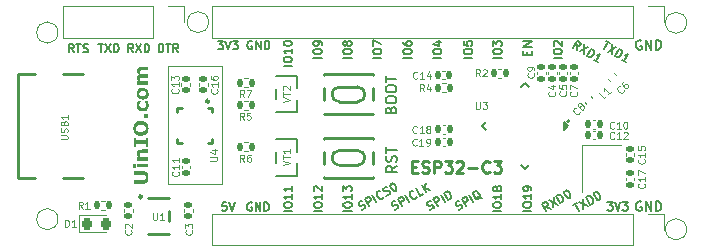
<source format=gto>
%TF.GenerationSoftware,KiCad,Pcbnew,(6.0.11)*%
%TF.CreationDate,2023-02-03T11:00:30+08:00*%
%TF.ProjectId,UINIO-MCU-ESP32C3,55494e49-4f2d-44d4-9355-2d4553503332,Version 3.0.0*%
%TF.SameCoordinates,PX735b400PY5c274f0*%
%TF.FileFunction,Legend,Top*%
%TF.FilePolarity,Positive*%
%FSLAX46Y46*%
G04 Gerber Fmt 4.6, Leading zero omitted, Abs format (unit mm)*
G04 Created by KiCad (PCBNEW (6.0.11)) date 2023-02-03 11:00:30*
%MOMM*%
%LPD*%
G01*
G04 APERTURE LIST*
G04 Aperture macros list*
%AMRoundRect*
0 Rectangle with rounded corners*
0 $1 Rounding radius*
0 $2 $3 $4 $5 $6 $7 $8 $9 X,Y pos of 4 corners*
0 Add a 4 corners polygon primitive as box body*
4,1,4,$2,$3,$4,$5,$6,$7,$8,$9,$2,$3,0*
0 Add four circle primitives for the rounded corners*
1,1,$1+$1,$2,$3*
1,1,$1+$1,$4,$5*
1,1,$1+$1,$6,$7*
1,1,$1+$1,$8,$9*
0 Add four rect primitives between the rounded corners*
20,1,$1+$1,$2,$3,$4,$5,0*
20,1,$1+$1,$4,$5,$6,$7,0*
20,1,$1+$1,$6,$7,$8,$9,0*
20,1,$1+$1,$8,$9,$2,$3,0*%
%AMRotRect*
0 Rectangle, with rotation*
0 The origin of the aperture is its center*
0 $1 length*
0 $2 width*
0 $3 Rotation angle, in degrees counterclockwise*
0 Add horizontal line*
21,1,$1,$2,0,0,$3*%
G04 Aperture macros list end*
%ADD10C,0.100000*%
%ADD11C,0.150000*%
%ADD12C,0.250000*%
%ADD13C,0.200000*%
%ADD14C,0.300000*%
%ADD15C,0.152000*%
%ADD16C,0.120000*%
%ADD17C,0.254000*%
%ADD18C,1.200000*%
%ADD19R,1.070000X0.532000*%
%ADD20RoundRect,0.135000X-0.135000X-0.185000X0.135000X-0.185000X0.135000X0.185000X-0.135000X0.185000X0*%
%ADD21C,0.610000*%
%ADD22RotRect,0.650000X0.280000X225.000000*%
%ADD23RotRect,0.280000X0.650000X225.000000*%
%ADD24RotRect,3.800000X3.800000X225.000000*%
%ADD25RoundRect,0.147500X-0.017678X0.226274X-0.226274X0.017678X0.017678X-0.226274X0.226274X-0.017678X0*%
%ADD26R,1.700000X1.700000*%
%ADD27O,1.700000X1.700000*%
%ADD28RoundRect,0.135000X0.135000X0.185000X-0.135000X0.185000X-0.135000X-0.185000X0.135000X-0.185000X0*%
%ADD29R,1.200000X0.650000*%
%ADD30RoundRect,0.140000X0.170000X-0.140000X0.170000X0.140000X-0.170000X0.140000X-0.170000X-0.140000X0*%
%ADD31R,1.200000X1.400000*%
%ADD32RoundRect,0.140000X-0.140000X-0.170000X0.140000X-0.170000X0.140000X0.170000X-0.140000X0.170000X0*%
%ADD33RoundRect,0.140000X0.140000X0.170000X-0.140000X0.170000X-0.140000X-0.170000X0.140000X-0.170000X0*%
%ADD34RoundRect,0.140000X-0.219203X-0.021213X-0.021213X-0.219203X0.219203X0.021213X0.021213X0.219203X0*%
%ADD35C,0.650000*%
%ADD36O,2.100000X1.000000*%
%ADD37O,1.900000X1.000000*%
%ADD38R,1.150000X0.600000*%
%ADD39R,1.150000X0.300000*%
%ADD40RoundRect,0.218750X-0.218750X-0.256250X0.218750X-0.256250X0.218750X0.256250X-0.218750X0.256250X0*%
%ADD41R,1.000000X0.600000*%
%ADD42R,0.250000X0.750000*%
%ADD43R,0.750000X0.250000*%
%ADD44RoundRect,0.140000X-0.170000X0.140000X-0.170000X-0.140000X0.170000X-0.140000X0.170000X0.140000X0*%
G04 APERTURE END LIST*
D10*
X12090000Y-1280000D02*
X16680000Y-1280000D01*
X16680000Y-1280000D02*
X16680000Y-11240000D01*
X16680000Y-11240000D02*
X12090000Y-11240000D01*
X12090000Y-11240000D02*
X12090000Y-1280000D01*
D11*
X46768846Y105759D02*
X46733440Y511101D01*
X46422436Y305759D02*
X46772436Y911977D01*
X47003376Y778644D01*
X47044444Y716443D01*
X47056645Y670909D01*
X47052179Y596507D01*
X47002179Y509904D01*
X46939978Y468836D01*
X46894444Y456635D01*
X46820042Y461101D01*
X46589102Y594434D01*
X47320918Y595310D02*
X47375064Y-244241D01*
X47725064Y361977D02*
X46970918Y-10908D01*
X47606004Y-377574D02*
X47956004Y228644D01*
X48100341Y145310D01*
X48170277Y66443D01*
X48194679Y-24626D01*
X48190213Y-99027D01*
X48152414Y-231164D01*
X48102414Y-317767D01*
X48006880Y-416570D01*
X47944679Y-457638D01*
X47853611Y-482040D01*
X47750341Y-460908D01*
X47606004Y-377574D01*
X48529764Y-910908D02*
X48183354Y-710908D01*
X48356559Y-810908D02*
X48706559Y-204690D01*
X48598824Y-257959D01*
X48507756Y-282361D01*
X48433354Y-277895D01*
X6236666Y613334D02*
X6636666Y613334D01*
X6436666Y-86666D02*
X6436666Y613334D01*
X6803333Y613334D02*
X7270000Y-86666D01*
X7270000Y613334D02*
X6803333Y-86666D01*
X7536666Y-86666D02*
X7536666Y613334D01*
X7703333Y613334D01*
X7803333Y580000D01*
X7870000Y513334D01*
X7903333Y446667D01*
X7936666Y313334D01*
X7936666Y213334D01*
X7903333Y80000D01*
X7870000Y13334D01*
X7803333Y-53333D01*
X7703333Y-86666D01*
X7536666Y-86666D01*
X49333333Y-12776666D02*
X49766666Y-12776666D01*
X49533333Y-13043333D01*
X49633333Y-13043333D01*
X49700000Y-13076666D01*
X49733333Y-13110000D01*
X49766666Y-13176666D01*
X49766666Y-13343333D01*
X49733333Y-13410000D01*
X49700000Y-13443333D01*
X49633333Y-13476666D01*
X49433333Y-13476666D01*
X49366666Y-13443333D01*
X49333333Y-13410000D01*
X49966666Y-12776666D02*
X50200000Y-13476666D01*
X50433333Y-12776666D01*
X50600000Y-12776666D02*
X51033333Y-12776666D01*
X50800000Y-13043333D01*
X50900000Y-13043333D01*
X50966666Y-13076666D01*
X51000000Y-13110000D01*
X51033333Y-13176666D01*
X51033333Y-13343333D01*
X51000000Y-13410000D01*
X50966666Y-13443333D01*
X50900000Y-13476666D01*
X50700000Y-13476666D01*
X50633333Y-13443333D01*
X50600000Y-13410000D01*
X31339423Y-13405373D02*
X31442692Y-13384241D01*
X31587030Y-13300908D01*
X31628098Y-13238707D01*
X31640299Y-13193173D01*
X31635833Y-13118771D01*
X31602500Y-13061036D01*
X31540299Y-13019967D01*
X31494765Y-13007767D01*
X31420363Y-13012232D01*
X31288226Y-13050032D01*
X31213825Y-13054497D01*
X31168290Y-13042297D01*
X31106090Y-13001228D01*
X31072756Y-12943493D01*
X31068290Y-12869091D01*
X31080491Y-12823557D01*
X31121560Y-12761356D01*
X31265897Y-12678023D01*
X31369166Y-12656891D01*
X31962307Y-13084241D02*
X31612307Y-12478023D01*
X31843248Y-12344690D01*
X31917649Y-12340224D01*
X31963183Y-12352425D01*
X32025384Y-12393493D01*
X32075384Y-12480096D01*
X32079850Y-12554497D01*
X32067649Y-12600032D01*
X32026581Y-12662232D01*
X31795641Y-12795566D01*
X32568525Y-12734241D02*
X32218525Y-12128023D01*
X33170277Y-12309839D02*
X33158076Y-12355373D01*
X33088140Y-12434241D01*
X33030405Y-12467574D01*
X32927136Y-12488707D01*
X32836068Y-12464305D01*
X32773867Y-12423237D01*
X32678333Y-12324433D01*
X32628333Y-12237831D01*
X32590534Y-12105694D01*
X32586068Y-12031292D01*
X32610470Y-11940224D01*
X32680405Y-11861356D01*
X32738140Y-11828023D01*
X32841410Y-11806891D01*
X32886944Y-11819091D01*
X33752093Y-12050908D02*
X33463418Y-12217574D01*
X33113418Y-11611356D01*
X33954166Y-11934241D02*
X33604166Y-11328023D01*
X34300576Y-11734241D02*
X33840768Y-11537831D01*
X33950576Y-11128023D02*
X33804166Y-11674433D01*
X42896666Y-13523333D02*
X42196666Y-13523333D01*
X42196666Y-13056666D02*
X42196666Y-12923333D01*
X42230000Y-12856666D01*
X42296666Y-12790000D01*
X42430000Y-12756666D01*
X42663333Y-12756666D01*
X42796666Y-12790000D01*
X42863333Y-12856666D01*
X42896666Y-12923333D01*
X42896666Y-13056666D01*
X42863333Y-13123333D01*
X42796666Y-13190000D01*
X42663333Y-13223333D01*
X42430000Y-13223333D01*
X42296666Y-13190000D01*
X42230000Y-13123333D01*
X42196666Y-13056666D01*
X42896666Y-12090000D02*
X42896666Y-12490000D01*
X42896666Y-12290000D02*
X42196666Y-12290000D01*
X42296666Y-12356666D01*
X42363333Y-12423333D01*
X42396666Y-12490000D01*
X42896666Y-11756666D02*
X42896666Y-11623333D01*
X42863333Y-11556666D01*
X42830000Y-11523333D01*
X42730000Y-11456666D01*
X42596666Y-11423333D01*
X42330000Y-11423333D01*
X42263333Y-11456666D01*
X42230000Y-11490000D01*
X42196666Y-11556666D01*
X42196666Y-11690000D01*
X42230000Y-11756666D01*
X42263333Y-11790000D01*
X42330000Y-11823333D01*
X42496666Y-11823333D01*
X42563333Y-11790000D01*
X42596666Y-11756666D01*
X42630000Y-11690000D01*
X42630000Y-11556666D01*
X42596666Y-11490000D01*
X42563333Y-11456666D01*
X42496666Y-11423333D01*
D12*
X32781904Y-9758571D02*
X33115238Y-9758571D01*
X33258095Y-10282380D02*
X32781904Y-10282380D01*
X32781904Y-9282380D01*
X33258095Y-9282380D01*
X33639047Y-10234761D02*
X33781904Y-10282380D01*
X34020000Y-10282380D01*
X34115238Y-10234761D01*
X34162857Y-10187142D01*
X34210476Y-10091904D01*
X34210476Y-9996666D01*
X34162857Y-9901428D01*
X34115238Y-9853809D01*
X34020000Y-9806190D01*
X33829523Y-9758571D01*
X33734285Y-9710952D01*
X33686666Y-9663333D01*
X33639047Y-9568095D01*
X33639047Y-9472857D01*
X33686666Y-9377619D01*
X33734285Y-9330000D01*
X33829523Y-9282380D01*
X34067619Y-9282380D01*
X34210476Y-9330000D01*
X34639047Y-10282380D02*
X34639047Y-9282380D01*
X35020000Y-9282380D01*
X35115238Y-9330000D01*
X35162857Y-9377619D01*
X35210476Y-9472857D01*
X35210476Y-9615714D01*
X35162857Y-9710952D01*
X35115238Y-9758571D01*
X35020000Y-9806190D01*
X34639047Y-9806190D01*
X35543809Y-9282380D02*
X36162857Y-9282380D01*
X35829523Y-9663333D01*
X35972380Y-9663333D01*
X36067619Y-9710952D01*
X36115238Y-9758571D01*
X36162857Y-9853809D01*
X36162857Y-10091904D01*
X36115238Y-10187142D01*
X36067619Y-10234761D01*
X35972380Y-10282380D01*
X35686666Y-10282380D01*
X35591428Y-10234761D01*
X35543809Y-10187142D01*
X36543809Y-9377619D02*
X36591428Y-9330000D01*
X36686666Y-9282380D01*
X36924761Y-9282380D01*
X37020000Y-9330000D01*
X37067619Y-9377619D01*
X37115238Y-9472857D01*
X37115238Y-9568095D01*
X37067619Y-9710952D01*
X36496190Y-10282380D01*
X37115238Y-10282380D01*
X37543809Y-9901428D02*
X38305714Y-9901428D01*
X39353333Y-10187142D02*
X39305714Y-10234761D01*
X39162857Y-10282380D01*
X39067619Y-10282380D01*
X38924761Y-10234761D01*
X38829523Y-10139523D01*
X38781904Y-10044285D01*
X38734285Y-9853809D01*
X38734285Y-9710952D01*
X38781904Y-9520476D01*
X38829523Y-9425238D01*
X38924761Y-9330000D01*
X39067619Y-9282380D01*
X39162857Y-9282380D01*
X39305714Y-9330000D01*
X39353333Y-9377619D01*
X39686666Y-9282380D02*
X40305714Y-9282380D01*
X39972380Y-9663333D01*
X40115238Y-9663333D01*
X40210476Y-9710952D01*
X40258095Y-9758571D01*
X40305714Y-9853809D01*
X40305714Y-10091904D01*
X40258095Y-10187142D01*
X40210476Y-10234761D01*
X40115238Y-10282380D01*
X39829523Y-10282380D01*
X39734285Y-10234761D01*
X39686666Y-10187142D01*
D11*
X19216666Y-12829000D02*
X19150000Y-12795666D01*
X19050000Y-12795666D01*
X18950000Y-12829000D01*
X18883333Y-12895666D01*
X18850000Y-12962333D01*
X18816666Y-13095666D01*
X18816666Y-13195666D01*
X18850000Y-13329000D01*
X18883333Y-13395666D01*
X18950000Y-13462333D01*
X19050000Y-13495666D01*
X19116666Y-13495666D01*
X19216666Y-13462333D01*
X19250000Y-13429000D01*
X19250000Y-13195666D01*
X19116666Y-13195666D01*
X19550000Y-13495666D02*
X19550000Y-12795666D01*
X19950000Y-13495666D01*
X19950000Y-12795666D01*
X20283333Y-13495666D02*
X20283333Y-12795666D01*
X20450000Y-12795666D01*
X20550000Y-12829000D01*
X20616666Y-12895666D01*
X20650000Y-12962333D01*
X20683333Y-13095666D01*
X20683333Y-13195666D01*
X20650000Y-13329000D01*
X20616666Y-13395666D01*
X20550000Y-13462333D01*
X20450000Y-13495666D01*
X20283333Y-13495666D01*
X27666666Y-540000D02*
X26966666Y-540000D01*
X26966666Y-73333D02*
X26966666Y60000D01*
X27000000Y126667D01*
X27066666Y193334D01*
X27200000Y226667D01*
X27433333Y226667D01*
X27566666Y193334D01*
X27633333Y126667D01*
X27666666Y60000D01*
X27666666Y-73333D01*
X27633333Y-140000D01*
X27566666Y-206666D01*
X27433333Y-240000D01*
X27200000Y-240000D01*
X27066666Y-206666D01*
X27000000Y-140000D01*
X26966666Y-73333D01*
X27266666Y626667D02*
X27233333Y560000D01*
X27200000Y526667D01*
X27133333Y493334D01*
X27100000Y493334D01*
X27033333Y526667D01*
X27000000Y560000D01*
X26966666Y626667D01*
X26966666Y760000D01*
X27000000Y826667D01*
X27033333Y860000D01*
X27100000Y893334D01*
X27133333Y893334D01*
X27200000Y860000D01*
X27233333Y826667D01*
X27266666Y760000D01*
X27266666Y626667D01*
X27300000Y560000D01*
X27333333Y526667D01*
X27400000Y493334D01*
X27533333Y493334D01*
X27600000Y526667D01*
X27633333Y560000D01*
X27666666Y626667D01*
X27666666Y760000D01*
X27633333Y826667D01*
X27600000Y860000D01*
X27533333Y893334D01*
X27400000Y893334D01*
X27333333Y860000D01*
X27300000Y826667D01*
X27266666Y760000D01*
X42522857Y-344761D02*
X42522857Y-78094D01*
X42941904Y36192D02*
X42941904Y-344761D01*
X42141904Y-344761D01*
X42141904Y36192D01*
X42941904Y379049D02*
X42141904Y379049D01*
X42941904Y836192D01*
X42141904Y836192D01*
X22606666Y-13533333D02*
X21906666Y-13533333D01*
X21906666Y-13066666D02*
X21906666Y-12933333D01*
X21940000Y-12866666D01*
X22006666Y-12800000D01*
X22140000Y-12766666D01*
X22373333Y-12766666D01*
X22506666Y-12800000D01*
X22573333Y-12866666D01*
X22606666Y-12933333D01*
X22606666Y-13066666D01*
X22573333Y-13133333D01*
X22506666Y-13200000D01*
X22373333Y-13233333D01*
X22140000Y-13233333D01*
X22006666Y-13200000D01*
X21940000Y-13133333D01*
X21906666Y-13066666D01*
X22606666Y-12100000D02*
X22606666Y-12500000D01*
X22606666Y-12300000D02*
X21906666Y-12300000D01*
X22006666Y-12366666D01*
X22073333Y-12433333D01*
X22106666Y-12500000D01*
X22606666Y-11433333D02*
X22606666Y-11833333D01*
X22606666Y-11633333D02*
X21906666Y-11633333D01*
X22006666Y-11700000D01*
X22073333Y-11766666D01*
X22106666Y-11833333D01*
X32746666Y-540000D02*
X32046666Y-540000D01*
X32046666Y-73333D02*
X32046666Y60000D01*
X32080000Y126667D01*
X32146666Y193334D01*
X32280000Y226667D01*
X32513333Y226667D01*
X32646666Y193334D01*
X32713333Y126667D01*
X32746666Y60000D01*
X32746666Y-73333D01*
X32713333Y-140000D01*
X32646666Y-206666D01*
X32513333Y-240000D01*
X32280000Y-240000D01*
X32146666Y-206666D01*
X32080000Y-140000D01*
X32046666Y-73333D01*
X32046666Y826667D02*
X32046666Y693334D01*
X32080000Y626667D01*
X32113333Y593334D01*
X32213333Y526667D01*
X32346666Y493334D01*
X32613333Y493334D01*
X32680000Y526667D01*
X32713333Y560000D01*
X32746666Y626667D01*
X32746666Y760000D01*
X32713333Y826667D01*
X32680000Y860000D01*
X32613333Y893334D01*
X32446666Y893334D01*
X32380000Y860000D01*
X32346666Y826667D01*
X32313333Y760000D01*
X32313333Y626667D01*
X32346666Y560000D01*
X32380000Y526667D01*
X32446666Y493334D01*
X19236666Y840000D02*
X19170000Y873334D01*
X19070000Y873334D01*
X18970000Y840000D01*
X18903333Y773334D01*
X18870000Y706667D01*
X18836666Y573334D01*
X18836666Y473334D01*
X18870000Y340000D01*
X18903333Y273334D01*
X18970000Y206667D01*
X19070000Y173334D01*
X19136666Y173334D01*
X19236666Y206667D01*
X19270000Y240000D01*
X19270000Y473334D01*
X19136666Y473334D01*
X19570000Y173334D02*
X19570000Y873334D01*
X19970000Y173334D01*
X19970000Y873334D01*
X20303333Y173334D02*
X20303333Y873334D01*
X20470000Y873334D01*
X20570000Y840000D01*
X20636666Y773334D01*
X20670000Y706667D01*
X20703333Y573334D01*
X20703333Y473334D01*
X20670000Y340000D01*
X20636666Y273334D01*
X20570000Y206667D01*
X20470000Y173334D01*
X20303333Y173334D01*
X45466666Y-540000D02*
X44766666Y-540000D01*
X44766666Y-73333D02*
X44766666Y60000D01*
X44800000Y126667D01*
X44866666Y193334D01*
X45000000Y226667D01*
X45233333Y226667D01*
X45366666Y193334D01*
X45433333Y126667D01*
X45466666Y60000D01*
X45466666Y-73333D01*
X45433333Y-140000D01*
X45366666Y-206666D01*
X45233333Y-240000D01*
X45000000Y-240000D01*
X44866666Y-206666D01*
X44800000Y-140000D01*
X44766666Y-73333D01*
X44833333Y493334D02*
X44800000Y526667D01*
X44766666Y593334D01*
X44766666Y760000D01*
X44800000Y826667D01*
X44833333Y860000D01*
X44900000Y893334D01*
X44966666Y893334D01*
X45066666Y860000D01*
X45466666Y460000D01*
X45466666Y893334D01*
X27671666Y-13533333D02*
X26971666Y-13533333D01*
X26971666Y-13066666D02*
X26971666Y-12933333D01*
X27005000Y-12866666D01*
X27071666Y-12800000D01*
X27205000Y-12766666D01*
X27438333Y-12766666D01*
X27571666Y-12800000D01*
X27638333Y-12866666D01*
X27671666Y-12933333D01*
X27671666Y-13066666D01*
X27638333Y-13133333D01*
X27571666Y-13200000D01*
X27438333Y-13233333D01*
X27205000Y-13233333D01*
X27071666Y-13200000D01*
X27005000Y-13133333D01*
X26971666Y-13066666D01*
X27671666Y-12100000D02*
X27671666Y-12500000D01*
X27671666Y-12300000D02*
X26971666Y-12300000D01*
X27071666Y-12366666D01*
X27138333Y-12433333D01*
X27171666Y-12500000D01*
X26971666Y-11866666D02*
X26971666Y-11433333D01*
X27238333Y-11666666D01*
X27238333Y-11566666D01*
X27271666Y-11500000D01*
X27305000Y-11466666D01*
X27371666Y-11433333D01*
X27538333Y-11433333D01*
X27605000Y-11466666D01*
X27638333Y-11500000D01*
X27671666Y-11566666D01*
X27671666Y-11766666D01*
X27638333Y-11833333D01*
X27605000Y-11866666D01*
X34327906Y-13408707D02*
X34431175Y-13387574D01*
X34575513Y-13304241D01*
X34616581Y-13242040D01*
X34628782Y-13196506D01*
X34624316Y-13122104D01*
X34590983Y-13064369D01*
X34528782Y-13023301D01*
X34483248Y-13011100D01*
X34408846Y-13015566D01*
X34276709Y-13053365D01*
X34202307Y-13057831D01*
X34156773Y-13045630D01*
X34094572Y-13004562D01*
X34061239Y-12946826D01*
X34056773Y-12872425D01*
X34068974Y-12826891D01*
X34110042Y-12764690D01*
X34254380Y-12681356D01*
X34357649Y-12660224D01*
X34950790Y-13087574D02*
X34600790Y-12481356D01*
X34831730Y-12348023D01*
X34906132Y-12343557D01*
X34951666Y-12355758D01*
X35013867Y-12396826D01*
X35063867Y-12483429D01*
X35068333Y-12557831D01*
X35056132Y-12603365D01*
X35015064Y-12665566D01*
X34784124Y-12798899D01*
X35557008Y-12737574D02*
X35207008Y-12131356D01*
X35845683Y-12570908D02*
X35495683Y-11964690D01*
X35640021Y-11881356D01*
X35743290Y-11860224D01*
X35834358Y-11884626D01*
X35896559Y-11925694D01*
X35992093Y-12024497D01*
X36042093Y-12111100D01*
X36079892Y-12243237D01*
X36084358Y-12317638D01*
X36059957Y-12408707D01*
X35990021Y-12487574D01*
X35845683Y-12570908D01*
X44515513Y-13322575D02*
X44146773Y-13150566D01*
X44169102Y-13522575D02*
X43819102Y-12916357D01*
X44050042Y-12783024D01*
X44124444Y-12778558D01*
X44169978Y-12790759D01*
X44232179Y-12831827D01*
X44282179Y-12918430D01*
X44286645Y-12992831D01*
X44274444Y-13038366D01*
X44233376Y-13100566D01*
X44002436Y-13233900D01*
X44367585Y-12599690D02*
X45121730Y-12972575D01*
X44771730Y-12366357D02*
X44717585Y-13205908D01*
X45352670Y-12839242D02*
X45002670Y-12233024D01*
X45147008Y-12149690D01*
X45250277Y-12128558D01*
X45341346Y-12152960D01*
X45403546Y-12194028D01*
X45499081Y-12292831D01*
X45549081Y-12379434D01*
X45586880Y-12511571D01*
X45591346Y-12585972D01*
X45566944Y-12677041D01*
X45497008Y-12755908D01*
X45352670Y-12839242D01*
X45724358Y-11816357D02*
X45782093Y-11783024D01*
X45856495Y-11778558D01*
X45902029Y-11790759D01*
X45964230Y-11831827D01*
X46059764Y-11930631D01*
X46143097Y-12074968D01*
X46180897Y-12207105D01*
X46185362Y-12281507D01*
X46173162Y-12327041D01*
X46132093Y-12389242D01*
X46074358Y-12422575D01*
X45999957Y-12427041D01*
X45954422Y-12414840D01*
X45892222Y-12373771D01*
X45796687Y-12274968D01*
X45713354Y-12130631D01*
X45675555Y-11998494D01*
X45671089Y-11924092D01*
X45683290Y-11878558D01*
X45724358Y-11816357D01*
X49198002Y870310D02*
X49544412Y670310D01*
X49021207Y164092D02*
X49371207Y770310D01*
X49688750Y586977D02*
X49742895Y-252574D01*
X50092895Y353644D02*
X49338750Y-19241D01*
X49973835Y-385908D02*
X50323835Y220310D01*
X50468173Y136977D01*
X50538108Y58109D01*
X50562510Y-32959D01*
X50558044Y-107361D01*
X50520245Y-239497D01*
X50470245Y-326100D01*
X50374711Y-424903D01*
X50312510Y-465972D01*
X50221442Y-490373D01*
X50118173Y-469241D01*
X49973835Y-385908D01*
X50897595Y-919241D02*
X50551185Y-719241D01*
X50724390Y-819241D02*
X51074390Y-213023D01*
X50966655Y-266292D01*
X50875587Y-290694D01*
X50801185Y-286228D01*
X40366666Y-540000D02*
X39666666Y-540000D01*
X39666666Y-73333D02*
X39666666Y60000D01*
X39700000Y126667D01*
X39766666Y193334D01*
X39900000Y226667D01*
X40133333Y226667D01*
X40266666Y193334D01*
X40333333Y126667D01*
X40366666Y60000D01*
X40366666Y-73333D01*
X40333333Y-140000D01*
X40266666Y-206666D01*
X40133333Y-240000D01*
X39900000Y-240000D01*
X39766666Y-206666D01*
X39700000Y-140000D01*
X39666666Y-73333D01*
X39666666Y460000D02*
X39666666Y893334D01*
X39933333Y660000D01*
X39933333Y760000D01*
X39966666Y826667D01*
X40000000Y860000D01*
X40066666Y893334D01*
X40233333Y893334D01*
X40300000Y860000D01*
X40333333Y826667D01*
X40366666Y760000D01*
X40366666Y560000D01*
X40333333Y493334D01*
X40300000Y460000D01*
X25146666Y-13533333D02*
X24446666Y-13533333D01*
X24446666Y-13066666D02*
X24446666Y-12933333D01*
X24480000Y-12866666D01*
X24546666Y-12800000D01*
X24680000Y-12766666D01*
X24913333Y-12766666D01*
X25046666Y-12800000D01*
X25113333Y-12866666D01*
X25146666Y-12933333D01*
X25146666Y-13066666D01*
X25113333Y-13133333D01*
X25046666Y-13200000D01*
X24913333Y-13233333D01*
X24680000Y-13233333D01*
X24546666Y-13200000D01*
X24480000Y-13133333D01*
X24446666Y-13066666D01*
X25146666Y-12100000D02*
X25146666Y-12500000D01*
X25146666Y-12300000D02*
X24446666Y-12300000D01*
X24546666Y-12366666D01*
X24613333Y-12433333D01*
X24646666Y-12500000D01*
X24513333Y-11833333D02*
X24480000Y-11800000D01*
X24446666Y-11733333D01*
X24446666Y-11566666D01*
X24480000Y-11500000D01*
X24513333Y-11466666D01*
X24580000Y-11433333D01*
X24646666Y-11433333D01*
X24746666Y-11466666D01*
X25146666Y-11866666D01*
X25146666Y-11433333D01*
X4146666Y-86666D02*
X3913333Y246667D01*
X3746666Y-86666D02*
X3746666Y613334D01*
X4013333Y613334D01*
X4080000Y580000D01*
X4113333Y546667D01*
X4146666Y480000D01*
X4146666Y380000D01*
X4113333Y313334D01*
X4080000Y280000D01*
X4013333Y246667D01*
X3746666Y246667D01*
X4346666Y613334D02*
X4746666Y613334D01*
X4546666Y-86666D02*
X4546666Y613334D01*
X4946666Y-53333D02*
X5046666Y-86666D01*
X5213333Y-86666D01*
X5280000Y-53333D01*
X5313333Y-20000D01*
X5346666Y46667D01*
X5346666Y113334D01*
X5313333Y180000D01*
X5280000Y213334D01*
X5213333Y246667D01*
X5080000Y280000D01*
X5013333Y313334D01*
X4980000Y346667D01*
X4946666Y413334D01*
X4946666Y480000D01*
X4980000Y546667D01*
X5013333Y580000D01*
X5080000Y613334D01*
X5246666Y613334D01*
X5346666Y580000D01*
X52190476Y910000D02*
X52114285Y948096D01*
X52000000Y948096D01*
X51885714Y910000D01*
X51809523Y833810D01*
X51771428Y757620D01*
X51733333Y605239D01*
X51733333Y490953D01*
X51771428Y338572D01*
X51809523Y262381D01*
X51885714Y186191D01*
X52000000Y148096D01*
X52076190Y148096D01*
X52190476Y186191D01*
X52228571Y224286D01*
X52228571Y490953D01*
X52076190Y490953D01*
X52571428Y148096D02*
X52571428Y948096D01*
X53028571Y148096D01*
X53028571Y948096D01*
X53409523Y148096D02*
X53409523Y948096D01*
X53600000Y948096D01*
X53714285Y910000D01*
X53790476Y833810D01*
X53828571Y757620D01*
X53866666Y605239D01*
X53866666Y490953D01*
X53828571Y338572D01*
X53790476Y262381D01*
X53714285Y186191D01*
X53600000Y148096D01*
X53409523Y148096D01*
X16343333Y873334D02*
X16776666Y873334D01*
X16543333Y606667D01*
X16643333Y606667D01*
X16710000Y573334D01*
X16743333Y540000D01*
X16776666Y473334D01*
X16776666Y306667D01*
X16743333Y240000D01*
X16710000Y206667D01*
X16643333Y173334D01*
X16443333Y173334D01*
X16376666Y206667D01*
X16343333Y240000D01*
X16976666Y873334D02*
X17210000Y173334D01*
X17443333Y873334D01*
X17610000Y873334D02*
X18043333Y873334D01*
X17810000Y606667D01*
X17910000Y606667D01*
X17976666Y573334D01*
X18010000Y540000D01*
X18043333Y473334D01*
X18043333Y306667D01*
X18010000Y240000D01*
X17976666Y206667D01*
X17910000Y173334D01*
X17710000Y173334D01*
X17643333Y206667D01*
X17610000Y240000D01*
X40356666Y-13533333D02*
X39656666Y-13533333D01*
X39656666Y-13066666D02*
X39656666Y-12933333D01*
X39690000Y-12866666D01*
X39756666Y-12800000D01*
X39890000Y-12766666D01*
X40123333Y-12766666D01*
X40256666Y-12800000D01*
X40323333Y-12866666D01*
X40356666Y-12933333D01*
X40356666Y-13066666D01*
X40323333Y-13133333D01*
X40256666Y-13200000D01*
X40123333Y-13233333D01*
X39890000Y-13233333D01*
X39756666Y-13200000D01*
X39690000Y-13133333D01*
X39656666Y-13066666D01*
X40356666Y-12100000D02*
X40356666Y-12500000D01*
X40356666Y-12300000D02*
X39656666Y-12300000D01*
X39756666Y-12366666D01*
X39823333Y-12433333D01*
X39856666Y-12500000D01*
X39956666Y-11700000D02*
X39923333Y-11766666D01*
X39890000Y-11800000D01*
X39823333Y-11833333D01*
X39790000Y-11833333D01*
X39723333Y-11800000D01*
X39690000Y-11766666D01*
X39656666Y-11700000D01*
X39656666Y-11566666D01*
X39690000Y-11500000D01*
X39723333Y-11466666D01*
X39790000Y-11433333D01*
X39823333Y-11433333D01*
X39890000Y-11466666D01*
X39923333Y-11500000D01*
X39956666Y-11566666D01*
X39956666Y-11700000D01*
X39990000Y-11766666D01*
X40023333Y-11800000D01*
X40090000Y-11833333D01*
X40223333Y-11833333D01*
X40290000Y-11800000D01*
X40323333Y-11766666D01*
X40356666Y-11700000D01*
X40356666Y-11566666D01*
X40323333Y-11500000D01*
X40290000Y-11466666D01*
X40223333Y-11433333D01*
X40090000Y-11433333D01*
X40023333Y-11466666D01*
X39990000Y-11500000D01*
X39956666Y-11566666D01*
D13*
X31487142Y-9702857D02*
X31058571Y-10002857D01*
X31487142Y-10217142D02*
X30587142Y-10217142D01*
X30587142Y-9874285D01*
X30630000Y-9788571D01*
X30672857Y-9745714D01*
X30758571Y-9702857D01*
X30887142Y-9702857D01*
X30972857Y-9745714D01*
X31015714Y-9788571D01*
X31058571Y-9874285D01*
X31058571Y-10217142D01*
X31444285Y-9360000D02*
X31487142Y-9231428D01*
X31487142Y-9017142D01*
X31444285Y-8931428D01*
X31401428Y-8888571D01*
X31315714Y-8845714D01*
X31230000Y-8845714D01*
X31144285Y-8888571D01*
X31101428Y-8931428D01*
X31058571Y-9017142D01*
X31015714Y-9188571D01*
X30972857Y-9274285D01*
X30930000Y-9317142D01*
X30844285Y-9360000D01*
X30758571Y-9360000D01*
X30672857Y-9317142D01*
X30630000Y-9274285D01*
X30587142Y-9188571D01*
X30587142Y-8974285D01*
X30630000Y-8845714D01*
X30587142Y-8588571D02*
X30587142Y-8074285D01*
X31487142Y-8331428D02*
X30587142Y-8331428D01*
D11*
X9173333Y-86666D02*
X8940000Y246667D01*
X8773333Y-86666D02*
X8773333Y613334D01*
X9040000Y613334D01*
X9106666Y580000D01*
X9140000Y546667D01*
X9173333Y480000D01*
X9173333Y380000D01*
X9140000Y313334D01*
X9106666Y280000D01*
X9040000Y246667D01*
X8773333Y246667D01*
X9406666Y613334D02*
X9873333Y-86666D01*
X9873333Y613334D02*
X9406666Y-86666D01*
X10140000Y-86666D02*
X10140000Y613334D01*
X10306666Y613334D01*
X10406666Y580000D01*
X10473333Y513334D01*
X10506666Y446667D01*
X10540000Y313334D01*
X10540000Y213334D01*
X10506666Y80000D01*
X10473333Y13334D01*
X10406666Y-53333D01*
X10306666Y-86666D01*
X10140000Y-86666D01*
X52190476Y-12750000D02*
X52114285Y-12711904D01*
X52000000Y-12711904D01*
X51885714Y-12750000D01*
X51809523Y-12826190D01*
X51771428Y-12902380D01*
X51733333Y-13054761D01*
X51733333Y-13169047D01*
X51771428Y-13321428D01*
X51809523Y-13397619D01*
X51885714Y-13473809D01*
X52000000Y-13511904D01*
X52076190Y-13511904D01*
X52190476Y-13473809D01*
X52228571Y-13435714D01*
X52228571Y-13169047D01*
X52076190Y-13169047D01*
X52571428Y-13511904D02*
X52571428Y-12711904D01*
X53028571Y-13511904D01*
X53028571Y-12711904D01*
X53409523Y-13511904D02*
X53409523Y-12711904D01*
X53600000Y-12711904D01*
X53714285Y-12750000D01*
X53790476Y-12826190D01*
X53828571Y-12902380D01*
X53866666Y-13054761D01*
X53866666Y-13169047D01*
X53828571Y-13321428D01*
X53790476Y-13397619D01*
X53714285Y-13473809D01*
X53600000Y-13511904D01*
X53409523Y-13511904D01*
X35276666Y-540000D02*
X34576666Y-540000D01*
X34576666Y-73333D02*
X34576666Y60000D01*
X34610000Y126667D01*
X34676666Y193334D01*
X34810000Y226667D01*
X35043333Y226667D01*
X35176666Y193334D01*
X35243333Y126667D01*
X35276666Y60000D01*
X35276666Y-73333D01*
X35243333Y-140000D01*
X35176666Y-206666D01*
X35043333Y-240000D01*
X34810000Y-240000D01*
X34676666Y-206666D01*
X34610000Y-140000D01*
X34576666Y-73333D01*
X34810000Y826667D02*
X35276666Y826667D01*
X34543333Y660000D02*
X35043333Y493334D01*
X35043333Y926667D01*
X25136666Y-540000D02*
X24436666Y-540000D01*
X24436666Y-73333D02*
X24436666Y60000D01*
X24470000Y126667D01*
X24536666Y193334D01*
X24670000Y226667D01*
X24903333Y226667D01*
X25036666Y193334D01*
X25103333Y126667D01*
X25136666Y60000D01*
X25136666Y-73333D01*
X25103333Y-140000D01*
X25036666Y-206666D01*
X24903333Y-240000D01*
X24670000Y-240000D01*
X24536666Y-206666D01*
X24470000Y-140000D01*
X24436666Y-73333D01*
X25136666Y560000D02*
X25136666Y693334D01*
X25103333Y760000D01*
X25070000Y793334D01*
X24970000Y860000D01*
X24836666Y893334D01*
X24570000Y893334D01*
X24503333Y860000D01*
X24470000Y826667D01*
X24436666Y760000D01*
X24436666Y626667D01*
X24470000Y560000D01*
X24503333Y526667D01*
X24570000Y493334D01*
X24736666Y493334D01*
X24803333Y526667D01*
X24836666Y560000D01*
X24870000Y626667D01*
X24870000Y760000D01*
X24836666Y826667D01*
X24803333Y860000D01*
X24736666Y893334D01*
X37856666Y-540000D02*
X37156666Y-540000D01*
X37156666Y-73333D02*
X37156666Y60000D01*
X37190000Y126667D01*
X37256666Y193334D01*
X37390000Y226667D01*
X37623333Y226667D01*
X37756666Y193334D01*
X37823333Y126667D01*
X37856666Y60000D01*
X37856666Y-73333D01*
X37823333Y-140000D01*
X37756666Y-206666D01*
X37623333Y-240000D01*
X37390000Y-240000D01*
X37256666Y-206666D01*
X37190000Y-140000D01*
X37156666Y-73333D01*
X37156666Y860000D02*
X37156666Y526667D01*
X37490000Y493334D01*
X37456666Y526667D01*
X37423333Y593334D01*
X37423333Y760000D01*
X37456666Y826667D01*
X37490000Y860000D01*
X37556666Y893334D01*
X37723333Y893334D01*
X37790000Y860000D01*
X37823333Y826667D01*
X37856666Y760000D01*
X37856666Y593334D01*
X37823333Y526667D01*
X37790000Y493334D01*
X28540555Y-13410774D02*
X28643825Y-13389642D01*
X28788162Y-13306308D01*
X28829231Y-13244107D01*
X28841431Y-13198573D01*
X28836966Y-13124171D01*
X28803632Y-13066436D01*
X28741431Y-13025368D01*
X28695897Y-13013167D01*
X28621496Y-13017633D01*
X28489359Y-13055432D01*
X28414957Y-13059898D01*
X28369423Y-13047697D01*
X28307222Y-13006629D01*
X28273889Y-12948894D01*
X28269423Y-12874492D01*
X28281624Y-12828958D01*
X28322692Y-12766757D01*
X28467030Y-12683424D01*
X28570299Y-12662291D01*
X29163440Y-13089642D02*
X28813440Y-12483424D01*
X29044380Y-12350090D01*
X29118782Y-12345625D01*
X29164316Y-12357825D01*
X29226517Y-12398894D01*
X29276517Y-12485496D01*
X29280983Y-12559898D01*
X29268782Y-12605432D01*
X29227713Y-12667633D01*
X28996773Y-12800966D01*
X29769658Y-12739642D02*
X29419658Y-12133424D01*
X30371410Y-12315240D02*
X30359209Y-12360774D01*
X30289273Y-12439642D01*
X30231538Y-12472975D01*
X30128269Y-12494107D01*
X30037200Y-12469706D01*
X29975000Y-12428637D01*
X29879465Y-12329834D01*
X29829465Y-12243231D01*
X29791666Y-12111095D01*
X29787200Y-12036693D01*
X29811602Y-11945625D01*
X29881538Y-11866757D01*
X29939273Y-11833424D01*
X30042542Y-11812291D01*
X30088076Y-11824492D01*
X30619016Y-12210774D02*
X30722286Y-12189642D01*
X30866623Y-12106308D01*
X30907692Y-12044107D01*
X30919892Y-11998573D01*
X30915427Y-11924171D01*
X30882093Y-11866436D01*
X30819892Y-11825368D01*
X30774358Y-11813167D01*
X30699957Y-11817633D01*
X30567820Y-11855432D01*
X30493418Y-11859898D01*
X30447884Y-11847697D01*
X30385683Y-11806629D01*
X30352350Y-11748894D01*
X30347884Y-11674492D01*
X30360085Y-11628958D01*
X30401153Y-11566757D01*
X30545491Y-11483424D01*
X30648760Y-11462291D01*
X31007371Y-11216757D02*
X31065106Y-11183424D01*
X31139508Y-11178958D01*
X31185042Y-11191159D01*
X31247243Y-11232227D01*
X31342777Y-11331031D01*
X31426110Y-11475368D01*
X31463909Y-11607505D01*
X31468375Y-11681907D01*
X31456174Y-11727441D01*
X31415106Y-11789642D01*
X31357371Y-11822975D01*
X31282969Y-11827441D01*
X31237435Y-11815240D01*
X31175234Y-11774171D01*
X31079700Y-11675368D01*
X30996367Y-11531031D01*
X30958568Y-11398894D01*
X30954102Y-11324492D01*
X30966303Y-11278958D01*
X31007371Y-11216757D01*
D13*
X30995714Y-4951428D02*
X31038571Y-4822857D01*
X31081428Y-4780000D01*
X31167142Y-4737142D01*
X31295714Y-4737142D01*
X31381428Y-4780000D01*
X31424285Y-4822857D01*
X31467142Y-4908571D01*
X31467142Y-5251428D01*
X30567142Y-5251428D01*
X30567142Y-4951428D01*
X30610000Y-4865714D01*
X30652857Y-4822857D01*
X30738571Y-4780000D01*
X30824285Y-4780000D01*
X30910000Y-4822857D01*
X30952857Y-4865714D01*
X30995714Y-4951428D01*
X30995714Y-5251428D01*
X30567142Y-4180000D02*
X30567142Y-4008571D01*
X30610000Y-3922857D01*
X30695714Y-3837142D01*
X30867142Y-3794285D01*
X31167142Y-3794285D01*
X31338571Y-3837142D01*
X31424285Y-3922857D01*
X31467142Y-4008571D01*
X31467142Y-4180000D01*
X31424285Y-4265714D01*
X31338571Y-4351428D01*
X31167142Y-4394285D01*
X30867142Y-4394285D01*
X30695714Y-4351428D01*
X30610000Y-4265714D01*
X30567142Y-4180000D01*
X30567142Y-3237142D02*
X30567142Y-3065714D01*
X30610000Y-2980000D01*
X30695714Y-2894285D01*
X30867142Y-2851428D01*
X31167142Y-2851428D01*
X31338571Y-2894285D01*
X31424285Y-2980000D01*
X31467142Y-3065714D01*
X31467142Y-3237142D01*
X31424285Y-3322857D01*
X31338571Y-3408571D01*
X31167142Y-3451428D01*
X30867142Y-3451428D01*
X30695714Y-3408571D01*
X30610000Y-3322857D01*
X30567142Y-3237142D01*
X30567142Y-2594285D02*
X30567142Y-2080000D01*
X31467142Y-2337142D02*
X30567142Y-2337142D01*
D11*
X22606666Y-1206666D02*
X21906666Y-1206666D01*
X21906666Y-739999D02*
X21906666Y-606666D01*
X21940000Y-539999D01*
X22006666Y-473333D01*
X22140000Y-439999D01*
X22373333Y-439999D01*
X22506666Y-473333D01*
X22573333Y-539999D01*
X22606666Y-606666D01*
X22606666Y-739999D01*
X22573333Y-806666D01*
X22506666Y-873333D01*
X22373333Y-906666D01*
X22140000Y-906666D01*
X22006666Y-873333D01*
X21940000Y-806666D01*
X21906666Y-739999D01*
X22606666Y226667D02*
X22606666Y-173333D01*
X22606666Y26667D02*
X21906666Y26667D01*
X22006666Y-39999D01*
X22073333Y-106666D01*
X22106666Y-173333D01*
X21906666Y660001D02*
X21906666Y726667D01*
X21940000Y793334D01*
X21973333Y826667D01*
X22040000Y860001D01*
X22173333Y893334D01*
X22340000Y893334D01*
X22473333Y860001D01*
X22540000Y826667D01*
X22573333Y793334D01*
X22606666Y726667D01*
X22606666Y660001D01*
X22573333Y593334D01*
X22540000Y560001D01*
X22473333Y526667D01*
X22340000Y493334D01*
X22173333Y493334D01*
X22040000Y526667D01*
X21973333Y560001D01*
X21940000Y593334D01*
X21906666Y660001D01*
X17076666Y-12795666D02*
X16743333Y-12795666D01*
X16710000Y-13129000D01*
X16743333Y-13095666D01*
X16810000Y-13062333D01*
X16976666Y-13062333D01*
X17043333Y-13095666D01*
X17076666Y-13129000D01*
X17110000Y-13195666D01*
X17110000Y-13362333D01*
X17076666Y-13429000D01*
X17043333Y-13462333D01*
X16976666Y-13495666D01*
X16810000Y-13495666D01*
X16743333Y-13462333D01*
X16710000Y-13429000D01*
X17310000Y-12795666D02*
X17543333Y-13495666D01*
X17776666Y-12795666D01*
X30196666Y-540000D02*
X29496666Y-540000D01*
X29496666Y-73333D02*
X29496666Y60000D01*
X29530000Y126667D01*
X29596666Y193334D01*
X29730000Y226667D01*
X29963333Y226667D01*
X30096666Y193334D01*
X30163333Y126667D01*
X30196666Y60000D01*
X30196666Y-73333D01*
X30163333Y-140000D01*
X30096666Y-206666D01*
X29963333Y-240000D01*
X29730000Y-240000D01*
X29596666Y-206666D01*
X29530000Y-140000D01*
X29496666Y-73333D01*
X29496666Y460000D02*
X29496666Y926667D01*
X30196666Y626667D01*
X36743472Y-13410774D02*
X36846741Y-13389642D01*
X36991079Y-13306308D01*
X37032147Y-13244107D01*
X37044348Y-13198573D01*
X37039882Y-13124171D01*
X37006549Y-13066436D01*
X36944348Y-13025368D01*
X36898814Y-13013167D01*
X36824412Y-13017633D01*
X36692275Y-13055432D01*
X36617874Y-13059898D01*
X36572339Y-13047697D01*
X36510139Y-13006629D01*
X36476805Y-12948894D01*
X36472339Y-12874492D01*
X36484540Y-12828958D01*
X36525609Y-12766757D01*
X36669946Y-12683424D01*
X36773215Y-12662291D01*
X37366356Y-13089642D02*
X37016356Y-12483424D01*
X37247297Y-12350090D01*
X37321698Y-12345625D01*
X37367232Y-12357825D01*
X37429433Y-12398894D01*
X37479433Y-12485496D01*
X37483899Y-12559898D01*
X37471698Y-12605432D01*
X37430630Y-12667633D01*
X37199690Y-12800966D01*
X37972574Y-12739642D02*
X37622574Y-12133424D01*
X38698728Y-12397377D02*
X38624326Y-12401842D01*
X38533258Y-12377441D01*
X38396655Y-12340838D01*
X38322254Y-12345304D01*
X38264519Y-12378637D01*
X38376719Y-12506308D02*
X38302318Y-12510774D01*
X38211249Y-12486372D01*
X38115715Y-12387569D01*
X37999048Y-12185496D01*
X37961249Y-12053360D01*
X37985651Y-11962291D01*
X38026719Y-11900090D01*
X38142189Y-11833424D01*
X38216591Y-11828958D01*
X38307660Y-11853360D01*
X38403194Y-11952163D01*
X38519860Y-12154236D01*
X38557660Y-12286372D01*
X38533258Y-12377441D01*
X38492189Y-12439642D01*
X38376719Y-12506308D01*
X11340000Y-86666D02*
X11340000Y613334D01*
X11506666Y613334D01*
X11606666Y580000D01*
X11673333Y513334D01*
X11706666Y446667D01*
X11740000Y313334D01*
X11740000Y213334D01*
X11706666Y80000D01*
X11673333Y13334D01*
X11606666Y-53333D01*
X11506666Y-86666D01*
X11340000Y-86666D01*
X11940000Y613334D02*
X12340000Y613334D01*
X12140000Y-86666D02*
X12140000Y613334D01*
X12973333Y-86666D02*
X12740000Y246667D01*
X12573333Y-86666D02*
X12573333Y613334D01*
X12840000Y613334D01*
X12906666Y580000D01*
X12940000Y546667D01*
X12973333Y480000D01*
X12973333Y380000D01*
X12940000Y313334D01*
X12906666Y280000D01*
X12840000Y246667D01*
X12573333Y246667D01*
X46404669Y-13016356D02*
X46751079Y-12816356D01*
X46927874Y-13522574D02*
X46577874Y-12916356D01*
X46895416Y-12733023D02*
X47649562Y-13105908D01*
X47299562Y-12499690D02*
X47245416Y-13339241D01*
X47880502Y-12972574D02*
X47530502Y-12366356D01*
X47674839Y-12283023D01*
X47778108Y-12261891D01*
X47869177Y-12286292D01*
X47931378Y-12327361D01*
X48026912Y-12426164D01*
X48076912Y-12512767D01*
X48114711Y-12644903D01*
X48119177Y-12719305D01*
X48094775Y-12810373D01*
X48024839Y-12889241D01*
X47880502Y-12972574D01*
X48252189Y-11949690D02*
X48309924Y-11916356D01*
X48384326Y-11911891D01*
X48429860Y-11924091D01*
X48492061Y-11965160D01*
X48587595Y-12063963D01*
X48670929Y-12208301D01*
X48708728Y-12340437D01*
X48713194Y-12414839D01*
X48700993Y-12460373D01*
X48659924Y-12522574D01*
X48602189Y-12555908D01*
X48527788Y-12560373D01*
X48482254Y-12548173D01*
X48420053Y-12507104D01*
X48324519Y-12408301D01*
X48241185Y-12263963D01*
X48203386Y-12131826D01*
X48198920Y-12057425D01*
X48211121Y-12011891D01*
X48252189Y-11949690D01*
D10*
%TO.C,VT2*%
X21841428Y-4287857D02*
X22441428Y-4087857D01*
X21841428Y-3887857D01*
X21841428Y-3773571D02*
X21841428Y-3430714D01*
X22441428Y-3602142D02*
X21841428Y-3602142D01*
X21898571Y-3259285D02*
X21870000Y-3230714D01*
X21841428Y-3173571D01*
X21841428Y-3030714D01*
X21870000Y-2973571D01*
X21898571Y-2945000D01*
X21955714Y-2916428D01*
X22012857Y-2916428D01*
X22098571Y-2945000D01*
X22441428Y-3287857D01*
X22441428Y-2916428D01*
%TO.C,R1*%
X4910000Y-13321428D02*
X4710000Y-13035714D01*
X4567142Y-13321428D02*
X4567142Y-12721428D01*
X4795714Y-12721428D01*
X4852857Y-12750000D01*
X4881428Y-12778571D01*
X4910000Y-12835714D01*
X4910000Y-12921428D01*
X4881428Y-12978571D01*
X4852857Y-13007142D01*
X4795714Y-13035714D01*
X4567142Y-13035714D01*
X5481428Y-13321428D02*
X5138571Y-13321428D01*
X5310000Y-13321428D02*
X5310000Y-12721428D01*
X5252857Y-12807142D01*
X5195714Y-12864285D01*
X5138571Y-12892857D01*
%TO.C,U3*%
X38187857Y-4271428D02*
X38187857Y-4757142D01*
X38216428Y-4814285D01*
X38245000Y-4842857D01*
X38302142Y-4871428D01*
X38416428Y-4871428D01*
X38473571Y-4842857D01*
X38502142Y-4814285D01*
X38530714Y-4757142D01*
X38530714Y-4271428D01*
X38759285Y-4271428D02*
X39130714Y-4271428D01*
X38930714Y-4500000D01*
X39016428Y-4500000D01*
X39073571Y-4528571D01*
X39102142Y-4557142D01*
X39130714Y-4614285D01*
X39130714Y-4757142D01*
X39102142Y-4814285D01*
X39073571Y-4842857D01*
X39016428Y-4871428D01*
X38845000Y-4871428D01*
X38787857Y-4842857D01*
X38759285Y-4814285D01*
%TO.C,L1*%
X49241391Y-3770284D02*
X49039360Y-3972315D01*
X48615096Y-3548051D01*
X49605046Y-3406629D02*
X49362609Y-3649066D01*
X49483827Y-3527848D02*
X49059563Y-3103583D01*
X49079766Y-3204599D01*
X49079766Y-3285411D01*
X49059563Y-3346020D01*
%TO.C,R6*%
X18600000Y-9341428D02*
X18400000Y-9055714D01*
X18257142Y-9341428D02*
X18257142Y-8741428D01*
X18485714Y-8741428D01*
X18542857Y-8770000D01*
X18571428Y-8798571D01*
X18600000Y-8855714D01*
X18600000Y-8941428D01*
X18571428Y-8998571D01*
X18542857Y-9027142D01*
X18485714Y-9055714D01*
X18257142Y-9055714D01*
X19114285Y-8741428D02*
X19000000Y-8741428D01*
X18942857Y-8770000D01*
X18914285Y-8798571D01*
X18857142Y-8884285D01*
X18828571Y-8998571D01*
X18828571Y-9227142D01*
X18857142Y-9284285D01*
X18885714Y-9312857D01*
X18942857Y-9341428D01*
X19057142Y-9341428D01*
X19114285Y-9312857D01*
X19142857Y-9284285D01*
X19171428Y-9227142D01*
X19171428Y-9084285D01*
X19142857Y-9027142D01*
X19114285Y-8998571D01*
X19057142Y-8970000D01*
X18942857Y-8970000D01*
X18885714Y-8998571D01*
X18857142Y-9027142D01*
X18828571Y-9084285D01*
%TO.C,R7*%
X18580000Y-3881428D02*
X18380000Y-3595714D01*
X18237142Y-3881428D02*
X18237142Y-3281428D01*
X18465714Y-3281428D01*
X18522857Y-3310000D01*
X18551428Y-3338571D01*
X18580000Y-3395714D01*
X18580000Y-3481428D01*
X18551428Y-3538571D01*
X18522857Y-3567142D01*
X18465714Y-3595714D01*
X18237142Y-3595714D01*
X18780000Y-3281428D02*
X19180000Y-3281428D01*
X18922857Y-3881428D01*
%TO.C,C11*%
X12994285Y-10195714D02*
X13022857Y-10224285D01*
X13051428Y-10310000D01*
X13051428Y-10367142D01*
X13022857Y-10452857D01*
X12965714Y-10510000D01*
X12908571Y-10538571D01*
X12794285Y-10567142D01*
X12708571Y-10567142D01*
X12594285Y-10538571D01*
X12537142Y-10510000D01*
X12480000Y-10452857D01*
X12451428Y-10367142D01*
X12451428Y-10310000D01*
X12480000Y-10224285D01*
X12508571Y-10195714D01*
X13051428Y-9624285D02*
X13051428Y-9967142D01*
X13051428Y-9795714D02*
X12451428Y-9795714D01*
X12537142Y-9852857D01*
X12594285Y-9910000D01*
X12622857Y-9967142D01*
X13051428Y-9052857D02*
X13051428Y-9395714D01*
X13051428Y-9224285D02*
X12451428Y-9224285D01*
X12537142Y-9281428D01*
X12594285Y-9338571D01*
X12622857Y-9395714D01*
%TO.C,C16*%
X16274285Y-3205714D02*
X16302857Y-3234285D01*
X16331428Y-3320000D01*
X16331428Y-3377142D01*
X16302857Y-3462857D01*
X16245714Y-3520000D01*
X16188571Y-3548571D01*
X16074285Y-3577142D01*
X15988571Y-3577142D01*
X15874285Y-3548571D01*
X15817142Y-3520000D01*
X15760000Y-3462857D01*
X15731428Y-3377142D01*
X15731428Y-3320000D01*
X15760000Y-3234285D01*
X15788571Y-3205714D01*
X16331428Y-2634285D02*
X16331428Y-2977142D01*
X16331428Y-2805714D02*
X15731428Y-2805714D01*
X15817142Y-2862857D01*
X15874285Y-2920000D01*
X15902857Y-2977142D01*
X15731428Y-2120000D02*
X15731428Y-2234285D01*
X15760000Y-2291428D01*
X15788571Y-2320000D01*
X15874285Y-2377142D01*
X15988571Y-2405714D01*
X16217142Y-2405714D01*
X16274285Y-2377142D01*
X16302857Y-2348571D01*
X16331428Y-2291428D01*
X16331428Y-2177142D01*
X16302857Y-2120000D01*
X16274285Y-2091428D01*
X16217142Y-2062857D01*
X16074285Y-2062857D01*
X16017142Y-2091428D01*
X15988571Y-2120000D01*
X15960000Y-2177142D01*
X15960000Y-2291428D01*
X15988571Y-2348571D01*
X16017142Y-2377142D01*
X16074285Y-2405714D01*
%TO.C,R2*%
X38550000Y-2111428D02*
X38350000Y-1825714D01*
X38207142Y-2111428D02*
X38207142Y-1511428D01*
X38435714Y-1511428D01*
X38492857Y-1540000D01*
X38521428Y-1568571D01*
X38550000Y-1625714D01*
X38550000Y-1711428D01*
X38521428Y-1768571D01*
X38492857Y-1797142D01*
X38435714Y-1825714D01*
X38207142Y-1825714D01*
X38778571Y-1568571D02*
X38807142Y-1540000D01*
X38864285Y-1511428D01*
X39007142Y-1511428D01*
X39064285Y-1540000D01*
X39092857Y-1568571D01*
X39121428Y-1625714D01*
X39121428Y-1682857D01*
X39092857Y-1768571D01*
X38750000Y-2111428D01*
X39121428Y-2111428D01*
%TO.C,C4*%
X44874285Y-3430000D02*
X44902857Y-3458571D01*
X44931428Y-3544285D01*
X44931428Y-3601428D01*
X44902857Y-3687142D01*
X44845714Y-3744285D01*
X44788571Y-3772857D01*
X44674285Y-3801428D01*
X44588571Y-3801428D01*
X44474285Y-3772857D01*
X44417142Y-3744285D01*
X44360000Y-3687142D01*
X44331428Y-3601428D01*
X44331428Y-3544285D01*
X44360000Y-3458571D01*
X44388571Y-3430000D01*
X44531428Y-2915714D02*
X44931428Y-2915714D01*
X44302857Y-3058571D02*
X44731428Y-3201428D01*
X44731428Y-2830000D01*
%TO.C,C14*%
X33244285Y-2254285D02*
X33215714Y-2282857D01*
X33130000Y-2311428D01*
X33072857Y-2311428D01*
X32987142Y-2282857D01*
X32930000Y-2225714D01*
X32901428Y-2168571D01*
X32872857Y-2054285D01*
X32872857Y-1968571D01*
X32901428Y-1854285D01*
X32930000Y-1797142D01*
X32987142Y-1740000D01*
X33072857Y-1711428D01*
X33130000Y-1711428D01*
X33215714Y-1740000D01*
X33244285Y-1768571D01*
X33815714Y-2311428D02*
X33472857Y-2311428D01*
X33644285Y-2311428D02*
X33644285Y-1711428D01*
X33587142Y-1797142D01*
X33530000Y-1854285D01*
X33472857Y-1882857D01*
X34330000Y-1911428D02*
X34330000Y-2311428D01*
X34187142Y-1682857D02*
X34044285Y-2111428D01*
X34415714Y-2111428D01*
%TO.C,C5*%
X45794285Y-3400000D02*
X45822857Y-3428571D01*
X45851428Y-3514285D01*
X45851428Y-3571428D01*
X45822857Y-3657142D01*
X45765714Y-3714285D01*
X45708571Y-3742857D01*
X45594285Y-3771428D01*
X45508571Y-3771428D01*
X45394285Y-3742857D01*
X45337142Y-3714285D01*
X45280000Y-3657142D01*
X45251428Y-3571428D01*
X45251428Y-3514285D01*
X45280000Y-3428571D01*
X45308571Y-3400000D01*
X45251428Y-2857142D02*
X45251428Y-3142857D01*
X45537142Y-3171428D01*
X45508571Y-3142857D01*
X45480000Y-3085714D01*
X45480000Y-2942857D01*
X45508571Y-2885714D01*
X45537142Y-2857142D01*
X45594285Y-2828571D01*
X45737142Y-2828571D01*
X45794285Y-2857142D01*
X45822857Y-2885714D01*
X45851428Y-2942857D01*
X45851428Y-3085714D01*
X45822857Y-3142857D01*
X45794285Y-3171428D01*
%TO.C,C18*%
X33194285Y-6854285D02*
X33165714Y-6882857D01*
X33080000Y-6911428D01*
X33022857Y-6911428D01*
X32937142Y-6882857D01*
X32880000Y-6825714D01*
X32851428Y-6768571D01*
X32822857Y-6654285D01*
X32822857Y-6568571D01*
X32851428Y-6454285D01*
X32880000Y-6397142D01*
X32937142Y-6340000D01*
X33022857Y-6311428D01*
X33080000Y-6311428D01*
X33165714Y-6340000D01*
X33194285Y-6368571D01*
X33765714Y-6911428D02*
X33422857Y-6911428D01*
X33594285Y-6911428D02*
X33594285Y-6311428D01*
X33537142Y-6397142D01*
X33480000Y-6454285D01*
X33422857Y-6482857D01*
X34108571Y-6568571D02*
X34051428Y-6540000D01*
X34022857Y-6511428D01*
X33994285Y-6454285D01*
X33994285Y-6425714D01*
X34022857Y-6368571D01*
X34051428Y-6340000D01*
X34108571Y-6311428D01*
X34222857Y-6311428D01*
X34280000Y-6340000D01*
X34308571Y-6368571D01*
X34337142Y-6425714D01*
X34337142Y-6454285D01*
X34308571Y-6511428D01*
X34280000Y-6540000D01*
X34222857Y-6568571D01*
X34108571Y-6568571D01*
X34051428Y-6597142D01*
X34022857Y-6625714D01*
X33994285Y-6682857D01*
X33994285Y-6797142D01*
X34022857Y-6854285D01*
X34051428Y-6882857D01*
X34108571Y-6911428D01*
X34222857Y-6911428D01*
X34280000Y-6882857D01*
X34308571Y-6854285D01*
X34337142Y-6797142D01*
X34337142Y-6682857D01*
X34308571Y-6625714D01*
X34280000Y-6597142D01*
X34222857Y-6568571D01*
%TO.C,VT1*%
X21841428Y-9657857D02*
X22441428Y-9457857D01*
X21841428Y-9257857D01*
X21841428Y-9143571D02*
X21841428Y-8800714D01*
X22441428Y-8972142D02*
X21841428Y-8972142D01*
X22441428Y-8286428D02*
X22441428Y-8629285D01*
X22441428Y-8457857D02*
X21841428Y-8457857D01*
X21927142Y-8515000D01*
X21984285Y-8572142D01*
X22012857Y-8629285D01*
%TO.C,C8*%
X47000812Y-5112233D02*
X47000812Y-5152639D01*
X46960406Y-5233451D01*
X46919999Y-5273857D01*
X46839187Y-5314264D01*
X46758375Y-5314264D01*
X46697766Y-5294061D01*
X46596751Y-5233451D01*
X46536142Y-5172842D01*
X46475532Y-5071827D01*
X46455329Y-5011218D01*
X46455329Y-4930406D01*
X46495735Y-4849593D01*
X46536142Y-4809187D01*
X46616954Y-4768781D01*
X46657360Y-4768781D01*
X47041218Y-4667766D02*
X46980609Y-4687969D01*
X46940203Y-4687969D01*
X46879593Y-4667766D01*
X46859390Y-4647563D01*
X46839187Y-4586954D01*
X46839187Y-4546548D01*
X46859390Y-4485938D01*
X46940203Y-4405126D01*
X47000812Y-4384923D01*
X47041218Y-4384923D01*
X47101827Y-4405126D01*
X47122030Y-4425329D01*
X47142233Y-4485938D01*
X47142233Y-4526345D01*
X47122030Y-4586954D01*
X47041218Y-4667766D01*
X47021015Y-4728375D01*
X47021015Y-4768781D01*
X47041218Y-4829390D01*
X47122030Y-4910203D01*
X47182639Y-4930406D01*
X47223045Y-4930406D01*
X47283654Y-4910203D01*
X47364467Y-4829390D01*
X47384670Y-4768781D01*
X47384670Y-4728375D01*
X47364467Y-4667766D01*
X47283654Y-4586954D01*
X47223045Y-4566751D01*
X47182639Y-4566751D01*
X47122030Y-4586954D01*
%TO.C,C12*%
X49894285Y-7374285D02*
X49865714Y-7402857D01*
X49780000Y-7431428D01*
X49722857Y-7431428D01*
X49637142Y-7402857D01*
X49580000Y-7345714D01*
X49551428Y-7288571D01*
X49522857Y-7174285D01*
X49522857Y-7088571D01*
X49551428Y-6974285D01*
X49580000Y-6917142D01*
X49637142Y-6860000D01*
X49722857Y-6831428D01*
X49780000Y-6831428D01*
X49865714Y-6860000D01*
X49894285Y-6888571D01*
X50465714Y-7431428D02*
X50122857Y-7431428D01*
X50294285Y-7431428D02*
X50294285Y-6831428D01*
X50237142Y-6917142D01*
X50180000Y-6974285D01*
X50122857Y-7002857D01*
X50694285Y-6888571D02*
X50722857Y-6860000D01*
X50780000Y-6831428D01*
X50922857Y-6831428D01*
X50980000Y-6860000D01*
X51008571Y-6888571D01*
X51037142Y-6945714D01*
X51037142Y-7002857D01*
X51008571Y-7088571D01*
X50665714Y-7431428D01*
X51037142Y-7431428D01*
%TO.C,C15*%
X52464285Y-9145714D02*
X52492857Y-9174285D01*
X52521428Y-9260000D01*
X52521428Y-9317142D01*
X52492857Y-9402857D01*
X52435714Y-9460000D01*
X52378571Y-9488571D01*
X52264285Y-9517142D01*
X52178571Y-9517142D01*
X52064285Y-9488571D01*
X52007142Y-9460000D01*
X51950000Y-9402857D01*
X51921428Y-9317142D01*
X51921428Y-9260000D01*
X51950000Y-9174285D01*
X51978571Y-9145714D01*
X52521428Y-8574285D02*
X52521428Y-8917142D01*
X52521428Y-8745714D02*
X51921428Y-8745714D01*
X52007142Y-8802857D01*
X52064285Y-8860000D01*
X52092857Y-8917142D01*
X51921428Y-8031428D02*
X51921428Y-8317142D01*
X52207142Y-8345714D01*
X52178571Y-8317142D01*
X52150000Y-8260000D01*
X52150000Y-8117142D01*
X52178571Y-8060000D01*
X52207142Y-8031428D01*
X52264285Y-8002857D01*
X52407142Y-8002857D01*
X52464285Y-8031428D01*
X52492857Y-8060000D01*
X52521428Y-8117142D01*
X52521428Y-8260000D01*
X52492857Y-8317142D01*
X52464285Y-8345714D01*
%TO.C,R5*%
X18550000Y-5781428D02*
X18350000Y-5495714D01*
X18207142Y-5781428D02*
X18207142Y-5181428D01*
X18435714Y-5181428D01*
X18492857Y-5210000D01*
X18521428Y-5238571D01*
X18550000Y-5295714D01*
X18550000Y-5381428D01*
X18521428Y-5438571D01*
X18492857Y-5467142D01*
X18435714Y-5495714D01*
X18207142Y-5495714D01*
X19092857Y-5181428D02*
X18807142Y-5181428D01*
X18778571Y-5467142D01*
X18807142Y-5438571D01*
X18864285Y-5410000D01*
X19007142Y-5410000D01*
X19064285Y-5438571D01*
X19092857Y-5467142D01*
X19121428Y-5524285D01*
X19121428Y-5667142D01*
X19092857Y-5724285D01*
X19064285Y-5752857D01*
X19007142Y-5781428D01*
X18864285Y-5781428D01*
X18807142Y-5752857D01*
X18778571Y-5724285D01*
%TO.C,C10*%
X49884285Y-6484285D02*
X49855714Y-6512857D01*
X49770000Y-6541428D01*
X49712857Y-6541428D01*
X49627142Y-6512857D01*
X49570000Y-6455714D01*
X49541428Y-6398571D01*
X49512857Y-6284285D01*
X49512857Y-6198571D01*
X49541428Y-6084285D01*
X49570000Y-6027142D01*
X49627142Y-5970000D01*
X49712857Y-5941428D01*
X49770000Y-5941428D01*
X49855714Y-5970000D01*
X49884285Y-5998571D01*
X50455714Y-6541428D02*
X50112857Y-6541428D01*
X50284285Y-6541428D02*
X50284285Y-5941428D01*
X50227142Y-6027142D01*
X50170000Y-6084285D01*
X50112857Y-6112857D01*
X50827142Y-5941428D02*
X50884285Y-5941428D01*
X50941428Y-5970000D01*
X50970000Y-5998571D01*
X50998571Y-6055714D01*
X51027142Y-6170000D01*
X51027142Y-6312857D01*
X50998571Y-6427142D01*
X50970000Y-6484285D01*
X50941428Y-6512857D01*
X50884285Y-6541428D01*
X50827142Y-6541428D01*
X50770000Y-6512857D01*
X50741428Y-6484285D01*
X50712857Y-6427142D01*
X50684285Y-6312857D01*
X50684285Y-6170000D01*
X50712857Y-6055714D01*
X50741428Y-5998571D01*
X50770000Y-5970000D01*
X50827142Y-5941428D01*
%TO.C,C3*%
X14124285Y-15150000D02*
X14152857Y-15178571D01*
X14181428Y-15264285D01*
X14181428Y-15321428D01*
X14152857Y-15407142D01*
X14095714Y-15464285D01*
X14038571Y-15492857D01*
X13924285Y-15521428D01*
X13838571Y-15521428D01*
X13724285Y-15492857D01*
X13667142Y-15464285D01*
X13610000Y-15407142D01*
X13581428Y-15321428D01*
X13581428Y-15264285D01*
X13610000Y-15178571D01*
X13638571Y-15150000D01*
X13581428Y-14950000D02*
X13581428Y-14578571D01*
X13810000Y-14778571D01*
X13810000Y-14692857D01*
X13838571Y-14635714D01*
X13867142Y-14607142D01*
X13924285Y-14578571D01*
X14067142Y-14578571D01*
X14124285Y-14607142D01*
X14152857Y-14635714D01*
X14181428Y-14692857D01*
X14181428Y-14864285D01*
X14152857Y-14921428D01*
X14124285Y-14950000D01*
%TO.C,USB1*%
X3045428Y-7463571D02*
X3531142Y-7463571D01*
X3588285Y-7435000D01*
X3616857Y-7406428D01*
X3645428Y-7349285D01*
X3645428Y-7235000D01*
X3616857Y-7177857D01*
X3588285Y-7149285D01*
X3531142Y-7120714D01*
X3045428Y-7120714D01*
X3616857Y-6863571D02*
X3645428Y-6777857D01*
X3645428Y-6635000D01*
X3616857Y-6577857D01*
X3588285Y-6549285D01*
X3531142Y-6520714D01*
X3474000Y-6520714D01*
X3416857Y-6549285D01*
X3388285Y-6577857D01*
X3359714Y-6635000D01*
X3331142Y-6749285D01*
X3302571Y-6806428D01*
X3274000Y-6835000D01*
X3216857Y-6863571D01*
X3159714Y-6863571D01*
X3102571Y-6835000D01*
X3074000Y-6806428D01*
X3045428Y-6749285D01*
X3045428Y-6606428D01*
X3074000Y-6520714D01*
X3331142Y-6063571D02*
X3359714Y-5977857D01*
X3388285Y-5949285D01*
X3445428Y-5920714D01*
X3531142Y-5920714D01*
X3588285Y-5949285D01*
X3616857Y-5977857D01*
X3645428Y-6035000D01*
X3645428Y-6263571D01*
X3045428Y-6263571D01*
X3045428Y-6063571D01*
X3074000Y-6006428D01*
X3102571Y-5977857D01*
X3159714Y-5949285D01*
X3216857Y-5949285D01*
X3274000Y-5977857D01*
X3302571Y-6006428D01*
X3331142Y-6063571D01*
X3331142Y-6263571D01*
X3645428Y-5349285D02*
X3645428Y-5692142D01*
X3645428Y-5520714D02*
X3045428Y-5520714D01*
X3131142Y-5577857D01*
X3188285Y-5635000D01*
X3216857Y-5692142D01*
%TO.C,D1*%
X3397142Y-14851428D02*
X3397142Y-14251428D01*
X3540000Y-14251428D01*
X3625714Y-14280000D01*
X3682857Y-14337142D01*
X3711428Y-14394285D01*
X3740000Y-14508571D01*
X3740000Y-14594285D01*
X3711428Y-14708571D01*
X3682857Y-14765714D01*
X3625714Y-14822857D01*
X3540000Y-14851428D01*
X3397142Y-14851428D01*
X4311428Y-14851428D02*
X3968571Y-14851428D01*
X4140000Y-14851428D02*
X4140000Y-14251428D01*
X4082857Y-14337142D01*
X4025714Y-14394285D01*
X3968571Y-14422857D01*
D14*
%TO.C,*%
D10*
%TO.C,U1*%
X10857857Y-13681428D02*
X10857857Y-14167142D01*
X10886428Y-14224285D01*
X10915000Y-14252857D01*
X10972142Y-14281428D01*
X11086428Y-14281428D01*
X11143571Y-14252857D01*
X11172142Y-14224285D01*
X11200714Y-14167142D01*
X11200714Y-13681428D01*
X11800714Y-14281428D02*
X11457857Y-14281428D01*
X11629285Y-14281428D02*
X11629285Y-13681428D01*
X11572142Y-13767142D01*
X11515000Y-13824285D01*
X11457857Y-13852857D01*
%TO.C,C9*%
X43094285Y-1870000D02*
X43122857Y-1898571D01*
X43151428Y-1984285D01*
X43151428Y-2041428D01*
X43122857Y-2127142D01*
X43065714Y-2184285D01*
X43008571Y-2212857D01*
X42894285Y-2241428D01*
X42808571Y-2241428D01*
X42694285Y-2212857D01*
X42637142Y-2184285D01*
X42580000Y-2127142D01*
X42551428Y-2041428D01*
X42551428Y-1984285D01*
X42580000Y-1898571D01*
X42608571Y-1870000D01*
X43151428Y-1584285D02*
X43151428Y-1470000D01*
X43122857Y-1412857D01*
X43094285Y-1384285D01*
X43008571Y-1327142D01*
X42894285Y-1298571D01*
X42665714Y-1298571D01*
X42608571Y-1327142D01*
X42580000Y-1355714D01*
X42551428Y-1412857D01*
X42551428Y-1527142D01*
X42580000Y-1584285D01*
X42608571Y-1612857D01*
X42665714Y-1641428D01*
X42808571Y-1641428D01*
X42865714Y-1612857D01*
X42894285Y-1584285D01*
X42922857Y-1527142D01*
X42922857Y-1412857D01*
X42894285Y-1355714D01*
X42865714Y-1327142D01*
X42808571Y-1298571D01*
%TO.C,U4*%
X15671428Y-9272142D02*
X16157142Y-9272142D01*
X16214285Y-9243571D01*
X16242857Y-9215000D01*
X16271428Y-9157857D01*
X16271428Y-9043571D01*
X16242857Y-8986428D01*
X16214285Y-8957857D01*
X16157142Y-8929285D01*
X15671428Y-8929285D01*
X15871428Y-8386428D02*
X16271428Y-8386428D01*
X15642857Y-8529285D02*
X16071428Y-8672142D01*
X16071428Y-8300714D01*
%TO.C,C2*%
X9004285Y-15150000D02*
X9032857Y-15178571D01*
X9061428Y-15264285D01*
X9061428Y-15321428D01*
X9032857Y-15407142D01*
X8975714Y-15464285D01*
X8918571Y-15492857D01*
X8804285Y-15521428D01*
X8718571Y-15521428D01*
X8604285Y-15492857D01*
X8547142Y-15464285D01*
X8490000Y-15407142D01*
X8461428Y-15321428D01*
X8461428Y-15264285D01*
X8490000Y-15178571D01*
X8518571Y-15150000D01*
X8518571Y-14921428D02*
X8490000Y-14892857D01*
X8461428Y-14835714D01*
X8461428Y-14692857D01*
X8490000Y-14635714D01*
X8518571Y-14607142D01*
X8575714Y-14578571D01*
X8632857Y-14578571D01*
X8718571Y-14607142D01*
X9061428Y-14950000D01*
X9061428Y-14578571D01*
%TO.C,R4*%
X33810000Y-3381428D02*
X33610000Y-3095714D01*
X33467142Y-3381428D02*
X33467142Y-2781428D01*
X33695714Y-2781428D01*
X33752857Y-2810000D01*
X33781428Y-2838571D01*
X33810000Y-2895714D01*
X33810000Y-2981428D01*
X33781428Y-3038571D01*
X33752857Y-3067142D01*
X33695714Y-3095714D01*
X33467142Y-3095714D01*
X34324285Y-2981428D02*
X34324285Y-3381428D01*
X34181428Y-2752857D02*
X34038571Y-3181428D01*
X34410000Y-3181428D01*
%TO.C,C17*%
X52464285Y-11205714D02*
X52492857Y-11234285D01*
X52521428Y-11320000D01*
X52521428Y-11377142D01*
X52492857Y-11462857D01*
X52435714Y-11520000D01*
X52378571Y-11548571D01*
X52264285Y-11577142D01*
X52178571Y-11577142D01*
X52064285Y-11548571D01*
X52007142Y-11520000D01*
X51950000Y-11462857D01*
X51921428Y-11377142D01*
X51921428Y-11320000D01*
X51950000Y-11234285D01*
X51978571Y-11205714D01*
X52521428Y-10634285D02*
X52521428Y-10977142D01*
X52521428Y-10805714D02*
X51921428Y-10805714D01*
X52007142Y-10862857D01*
X52064285Y-10920000D01*
X52092857Y-10977142D01*
X51921428Y-10434285D02*
X51921428Y-10034285D01*
X52521428Y-10291428D01*
%TO.C,C19*%
X33184285Y-7934285D02*
X33155714Y-7962857D01*
X33070000Y-7991428D01*
X33012857Y-7991428D01*
X32927142Y-7962857D01*
X32870000Y-7905714D01*
X32841428Y-7848571D01*
X32812857Y-7734285D01*
X32812857Y-7648571D01*
X32841428Y-7534285D01*
X32870000Y-7477142D01*
X32927142Y-7420000D01*
X33012857Y-7391428D01*
X33070000Y-7391428D01*
X33155714Y-7420000D01*
X33184285Y-7448571D01*
X33755714Y-7991428D02*
X33412857Y-7991428D01*
X33584285Y-7991428D02*
X33584285Y-7391428D01*
X33527142Y-7477142D01*
X33470000Y-7534285D01*
X33412857Y-7562857D01*
X34041428Y-7991428D02*
X34155714Y-7991428D01*
X34212857Y-7962857D01*
X34241428Y-7934285D01*
X34298571Y-7848571D01*
X34327142Y-7734285D01*
X34327142Y-7505714D01*
X34298571Y-7448571D01*
X34270000Y-7420000D01*
X34212857Y-7391428D01*
X34098571Y-7391428D01*
X34041428Y-7420000D01*
X34012857Y-7448571D01*
X33984285Y-7505714D01*
X33984285Y-7648571D01*
X34012857Y-7705714D01*
X34041428Y-7734285D01*
X34098571Y-7762857D01*
X34212857Y-7762857D01*
X34270000Y-7734285D01*
X34298571Y-7705714D01*
X34327142Y-7648571D01*
%TO.C,C7*%
X46714285Y-3430000D02*
X46742857Y-3458571D01*
X46771428Y-3544285D01*
X46771428Y-3601428D01*
X46742857Y-3687142D01*
X46685714Y-3744285D01*
X46628571Y-3772857D01*
X46514285Y-3801428D01*
X46428571Y-3801428D01*
X46314285Y-3772857D01*
X46257142Y-3744285D01*
X46200000Y-3687142D01*
X46171428Y-3601428D01*
X46171428Y-3544285D01*
X46200000Y-3458571D01*
X46228571Y-3430000D01*
X46171428Y-3230000D02*
X46171428Y-2830000D01*
X46771428Y-3087142D01*
%TO.C,C6*%
X50720812Y-3292233D02*
X50720812Y-3332639D01*
X50680406Y-3413451D01*
X50639999Y-3453857D01*
X50559187Y-3494264D01*
X50478375Y-3494264D01*
X50417766Y-3474061D01*
X50316751Y-3413451D01*
X50256142Y-3352842D01*
X50195532Y-3251827D01*
X50175329Y-3191218D01*
X50175329Y-3110406D01*
X50215735Y-3029593D01*
X50256142Y-2989187D01*
X50336954Y-2948781D01*
X50377360Y-2948781D01*
X50700609Y-2544720D02*
X50619796Y-2625532D01*
X50599593Y-2686142D01*
X50599593Y-2726548D01*
X50619796Y-2827563D01*
X50680406Y-2928578D01*
X50842030Y-3090203D01*
X50902639Y-3110406D01*
X50943045Y-3110406D01*
X51003654Y-3090203D01*
X51084467Y-3009390D01*
X51104670Y-2948781D01*
X51104670Y-2908375D01*
X51084467Y-2847766D01*
X50983451Y-2746751D01*
X50922842Y-2726548D01*
X50882436Y-2726548D01*
X50821827Y-2746751D01*
X50741015Y-2827563D01*
X50720812Y-2888172D01*
X50720812Y-2928578D01*
X50741015Y-2989187D01*
%TO.C,C13*%
X12964285Y-3195714D02*
X12992857Y-3224285D01*
X13021428Y-3310000D01*
X13021428Y-3367142D01*
X12992857Y-3452857D01*
X12935714Y-3510000D01*
X12878571Y-3538571D01*
X12764285Y-3567142D01*
X12678571Y-3567142D01*
X12564285Y-3538571D01*
X12507142Y-3510000D01*
X12450000Y-3452857D01*
X12421428Y-3367142D01*
X12421428Y-3310000D01*
X12450000Y-3224285D01*
X12478571Y-3195714D01*
X13021428Y-2624285D02*
X13021428Y-2967142D01*
X13021428Y-2795714D02*
X12421428Y-2795714D01*
X12507142Y-2852857D01*
X12564285Y-2910000D01*
X12592857Y-2967142D01*
X12421428Y-2424285D02*
X12421428Y-2052857D01*
X12650000Y-2252857D01*
X12650000Y-2167142D01*
X12678571Y-2110000D01*
X12707142Y-2081428D01*
X12764285Y-2052857D01*
X12907142Y-2052857D01*
X12964285Y-2081428D01*
X12992857Y-2110000D01*
X13021428Y-2167142D01*
X13021428Y-2338571D01*
X12992857Y-2395714D01*
X12964285Y-2424285D01*
%TO.C,HOLE2*%
X15560000Y2470000D02*
G75*
G03*
X15560000Y2470000I-900000J0D01*
G01*
D15*
%TO.C,VT2*%
X21284000Y-4065000D02*
X21284000Y-3155000D01*
X23036000Y-5146000D02*
X23036000Y-4105000D01*
X21284000Y-2074000D02*
X23036000Y-2074000D01*
X21284000Y-5146000D02*
X23036000Y-5146000D01*
X23036000Y-2074000D02*
X23036000Y-3115000D01*
D16*
%TO.C,R1*%
X6456359Y-13400000D02*
X6763641Y-13400000D01*
X6456359Y-12640000D02*
X6763641Y-12640000D01*
D15*
%TO.C,U3*%
X42351030Y-9993014D02*
X42000305Y-9642289D01*
X45643319Y-6700725D02*
X45643319Y-5999275D01*
X45994044Y-6350000D02*
X45643319Y-5999275D01*
X42351030Y-2706986D02*
X42701755Y-3057711D01*
X39058741Y-5999275D02*
X38708016Y-6350000D01*
X42000305Y-3057711D02*
X42351030Y-2706986D01*
X42701755Y-9642289D02*
X42351030Y-9993014D01*
X38708016Y-6350000D02*
X39058741Y-6700725D01*
X45643319Y-6700725D02*
X45994044Y-6350000D01*
D13*
X46127985Y-5925736D02*
G75*
G03*
X46127985Y-5925736I-100000J0D01*
G01*
G36*
X45940304Y-6296260D02*
G01*
X45657461Y-6686583D01*
X45644026Y-6673148D01*
X45643319Y-5999275D01*
X45940304Y-6296260D01*
G37*
D16*
X45940304Y-6296260D02*
X45657461Y-6686583D01*
X45644026Y-6673148D01*
X45643319Y-5999275D01*
X45940304Y-6296260D01*
%TO.C,R6*%
X18556359Y-8450000D02*
X18863641Y-8450000D01*
X18556359Y-7690000D02*
X18863641Y-7690000D01*
%TO.C,J3*%
X52780000Y-13760000D02*
X54110000Y-13760000D01*
X51510000Y-13760000D02*
X15890000Y-13760000D01*
X51510000Y-16420000D02*
X15890000Y-16420000D01*
X15890000Y-13760000D02*
X15890000Y-16420000D01*
X51510000Y-13760000D02*
X51510000Y-16420000D01*
X54110000Y-13760000D02*
X54110000Y-15090000D01*
%TO.C,R7*%
X18863641Y-3040000D02*
X18556359Y-3040000D01*
X18863641Y-2280000D02*
X18556359Y-2280000D01*
D10*
%TO.C,HOLE1*%
X2810000Y1590000D02*
G75*
G03*
X2810000Y1590000I-900000J0D01*
G01*
D17*
%TO.C,SW2*%
X25300000Y-5340000D02*
X25300000Y-5271000D01*
X29500000Y-1940000D02*
X25300000Y-1940000D01*
X28162000Y-3005000D02*
X26638000Y-3005000D01*
X25300000Y-2009000D02*
X25300000Y-1940000D01*
X25300000Y-4159000D02*
X25300000Y-3121000D01*
X29500000Y-5340000D02*
X25300000Y-5340000D01*
X29500000Y-2009000D02*
X29500000Y-1940000D01*
X28162000Y-4275000D02*
X26638000Y-4275000D01*
X29500000Y-5340000D02*
X29500000Y-5271000D01*
X29500000Y-4159000D02*
X29500000Y-3121000D01*
X26639000Y-3006001D02*
G75*
G03*
X26639068Y-4274000I4000J-633999D01*
G01*
X28163000Y-4276000D02*
G75*
G03*
X28163000Y-3004000I0J636000D01*
G01*
D16*
%TO.C,C11*%
X13270000Y-9907836D02*
X13270000Y-9692164D01*
X13990000Y-9907836D02*
X13990000Y-9692164D01*
%TO.C,C16*%
X15480000Y-2927836D02*
X15480000Y-2712164D01*
X14760000Y-2927836D02*
X14760000Y-2712164D01*
%TO.C,R2*%
X40046359Y-2220000D02*
X40353641Y-2220000D01*
X40046359Y-1460000D02*
X40353641Y-1460000D01*
%TO.C,Y1*%
X50520000Y-7920000D02*
X47220000Y-7920000D01*
X47220000Y-7920000D02*
X47220000Y-11920000D01*
%TO.C,C4*%
X45020000Y-1937836D02*
X45020000Y-1722164D01*
X44300000Y-1937836D02*
X44300000Y-1722164D01*
%TO.C,C14*%
X35362164Y-2370000D02*
X35577836Y-2370000D01*
X35362164Y-1650000D02*
X35577836Y-1650000D01*
%TO.C,C5*%
X45220000Y-1937836D02*
X45220000Y-1722164D01*
X45940000Y-1937836D02*
X45940000Y-1722164D01*
%TO.C,C18*%
X35597836Y-6970000D02*
X35382164Y-6970000D01*
X35597836Y-6250000D02*
X35382164Y-6250000D01*
%TO.C,J2*%
X13480000Y3810000D02*
X13480000Y2480000D01*
X10880000Y3810000D02*
X3200000Y3810000D01*
X12150000Y3810000D02*
X13480000Y3810000D01*
X3200000Y3810000D02*
X3200000Y1150000D01*
X10880000Y1150000D02*
X3200000Y1150000D01*
X10880000Y3810000D02*
X10880000Y1150000D01*
D15*
%TO.C,VT1*%
X21284000Y-7464000D02*
X23036000Y-7464000D01*
X23036000Y-10536000D02*
X23036000Y-9495000D01*
X21284000Y-9455000D02*
X21284000Y-8545000D01*
X21284000Y-10536000D02*
X23036000Y-10536000D01*
X23036000Y-7464000D02*
X23036000Y-8505000D01*
D16*
%TO.C,C8*%
X47403433Y-4294064D02*
X47555936Y-4446567D01*
X47912550Y-3784947D02*
X48065053Y-3937450D01*
%TO.C,C12*%
X48092164Y-7460000D02*
X48307836Y-7460000D01*
X48092164Y-6740000D02*
X48307836Y-6740000D01*
%TO.C,C15*%
X51600000Y-8837836D02*
X51600000Y-8622164D01*
X50880000Y-8837836D02*
X50880000Y-8622164D01*
%TO.C,R5*%
X18556359Y-4180000D02*
X18863641Y-4180000D01*
X18556359Y-4940000D02*
X18863641Y-4940000D01*
%TO.C,C10*%
X48092164Y-5820000D02*
X48307836Y-5820000D01*
X48092164Y-6540000D02*
X48307836Y-6540000D01*
%TO.C,C3*%
X14210000Y-13587836D02*
X14210000Y-13372164D01*
X13490000Y-13587836D02*
X13490000Y-13372164D01*
D10*
%TO.C,HOLE3*%
X56040000Y2420000D02*
G75*
G03*
X56040000Y2420000I-900000J0D01*
G01*
D17*
%TO.C,USB1*%
X3226000Y-1950000D02*
X4971000Y-1950000D01*
X-551000Y-1950000D02*
X-551000Y-10750000D01*
X-551000Y-10750000D02*
X871000Y-10750000D01*
X-551000Y-1950000D02*
X871000Y-1950000D01*
X3226000Y-10750000D02*
X4971000Y-10750000D01*
D16*
%TO.C,D1*%
X4575000Y-15315000D02*
X6860000Y-15315000D01*
X4575000Y-13845000D02*
X4575000Y-15315000D01*
X6860000Y-13845000D02*
X4575000Y-13845000D01*
%TO.C,*%
G36*
X9376240Y-9840181D02*
G01*
X9151018Y-9840181D01*
X9151018Y-9523202D01*
X9376240Y-9523202D01*
X9376240Y-9840181D01*
G37*
G36*
X9743307Y-10115484D02*
G01*
X9825466Y-10115617D01*
X9894025Y-10115899D01*
X9950525Y-10116382D01*
X9996508Y-10117117D01*
X10033515Y-10118155D01*
X10063087Y-10119546D01*
X10086765Y-10121340D01*
X10106092Y-10123590D01*
X10122607Y-10126345D01*
X10137854Y-10129656D01*
X10147120Y-10131952D01*
X10212908Y-10152993D01*
X10267288Y-10180573D01*
X10315106Y-10217475D01*
X10340573Y-10242976D01*
X10378433Y-10288631D01*
X10407331Y-10335710D01*
X10430509Y-10390084D01*
X10442964Y-10428470D01*
X10466438Y-10536102D01*
X10475098Y-10651374D01*
X10468940Y-10774252D01*
X10467996Y-10782775D01*
X10450474Y-10878580D01*
X10421338Y-10963251D01*
X10380960Y-11036344D01*
X10329715Y-11097415D01*
X10267974Y-11146020D01*
X10196112Y-11181714D01*
X10114502Y-11204055D01*
X10113793Y-11204182D01*
X10093687Y-11207058D01*
X10067458Y-11209471D01*
X10033740Y-11211455D01*
X9991167Y-11213044D01*
X9938371Y-11214273D01*
X9873987Y-11215174D01*
X9796648Y-11215783D01*
X9704986Y-11216133D01*
X9628572Y-11216244D01*
X9209409Y-11216535D01*
X9209409Y-10899557D01*
X9612442Y-10899557D01*
X9716961Y-10899352D01*
X9809530Y-10898751D01*
X9889356Y-10897767D01*
X9955643Y-10896418D01*
X10007597Y-10894720D01*
X10044422Y-10892688D01*
X10064706Y-10890456D01*
X10124615Y-10874248D01*
X10170961Y-10849551D01*
X10204845Y-10815068D01*
X10227371Y-10769500D01*
X10239640Y-10711550D01*
X10242084Y-10681579D01*
X10240793Y-10613873D01*
X10229079Y-10558440D01*
X10206383Y-10514097D01*
X10172147Y-10479666D01*
X10136798Y-10458800D01*
X10089442Y-10436601D01*
X9649425Y-10434169D01*
X9209409Y-10431737D01*
X9209409Y-10115451D01*
X9646006Y-10115451D01*
X9743307Y-10115484D01*
G37*
G36*
X9682349Y-7136453D02*
G01*
X9667236Y-7133735D01*
X9570992Y-7107011D01*
X9482907Y-7067733D01*
X9404498Y-7016905D01*
X9337280Y-6955530D01*
X9282768Y-6884611D01*
X9277265Y-6875695D01*
X9239391Y-6798349D01*
X9211642Y-6710783D01*
X9194314Y-6616257D01*
X9187705Y-6518033D01*
X9188368Y-6503198D01*
X9418980Y-6503198D01*
X9419838Y-6524417D01*
X9430657Y-6595348D01*
X9455086Y-6656699D01*
X9493017Y-6708387D01*
X9544345Y-6750329D01*
X9608964Y-6782443D01*
X9686767Y-6804647D01*
X9777648Y-6816857D01*
X9797651Y-6818106D01*
X9890792Y-6817356D01*
X9975792Y-6805451D01*
X10051357Y-6782836D01*
X10116195Y-6749958D01*
X10169014Y-6707263D01*
X10190196Y-6682789D01*
X10219409Y-6631682D01*
X10237348Y-6572184D01*
X10243443Y-6508698D01*
X10237129Y-6445628D01*
X10225856Y-6406285D01*
X10196911Y-6351959D01*
X10154098Y-6303839D01*
X10099574Y-6263490D01*
X10035494Y-6232476D01*
X9964015Y-6212363D01*
X9956869Y-6211067D01*
X9910203Y-6205772D01*
X9855211Y-6203851D01*
X9796649Y-6205060D01*
X9739270Y-6209154D01*
X9687831Y-6215887D01*
X9647086Y-6225012D01*
X9639665Y-6227446D01*
X9567550Y-6259729D01*
X9509746Y-6300203D01*
X9465824Y-6349248D01*
X9435354Y-6407242D01*
X9434948Y-6408313D01*
X9424774Y-6439510D01*
X9419773Y-6468664D01*
X9418980Y-6503198D01*
X9188368Y-6503198D01*
X9192112Y-6419373D01*
X9207834Y-6323536D01*
X9222126Y-6270933D01*
X9258621Y-6181679D01*
X9308236Y-6102414D01*
X9370290Y-6033753D01*
X9444104Y-5976310D01*
X9528996Y-5930699D01*
X9624288Y-5897535D01*
X9639959Y-5893545D01*
X9706473Y-5881804D01*
X9782484Y-5875602D01*
X9861995Y-5874944D01*
X9939004Y-5879838D01*
X10007511Y-5890290D01*
X10019914Y-5893109D01*
X10118250Y-5924550D01*
X10205276Y-5968181D01*
X10280694Y-6023662D01*
X10344209Y-6090653D01*
X10395525Y-6168815D01*
X10434346Y-6257807D01*
X10460376Y-6357291D01*
X10468115Y-6407635D01*
X10474014Y-6466550D01*
X10475805Y-6518339D01*
X10473460Y-6570894D01*
X10467381Y-6628686D01*
X10447269Y-6726911D01*
X10412865Y-6817594D01*
X10365106Y-6899625D01*
X10304934Y-6971889D01*
X10233287Y-7033274D01*
X10151104Y-7082666D01*
X10059324Y-7118953D01*
X10051769Y-7121206D01*
X10002195Y-7132011D01*
X9941179Y-7139727D01*
X9873704Y-7144191D01*
X9804752Y-7145242D01*
X9797651Y-7144968D01*
X9739306Y-7142717D01*
X9682349Y-7136453D01*
G37*
G36*
X10452299Y-5627701D02*
G01*
X10126979Y-5627701D01*
X10126979Y-5327406D01*
X10452299Y-5327406D01*
X10452299Y-5627701D01*
G37*
G36*
X10452299Y-8604217D02*
G01*
X10145747Y-8607010D01*
X9839196Y-8609803D01*
X9797488Y-8630657D01*
X9765530Y-8650317D01*
X9744376Y-8673660D01*
X9732429Y-8704068D01*
X9728090Y-8744924D01*
X9728504Y-8776634D01*
X9732222Y-8821337D01*
X9740399Y-8858024D01*
X9754926Y-8895161D01*
X9755081Y-8895501D01*
X9778912Y-8947635D01*
X10452299Y-8947635D01*
X10452299Y-9247931D01*
X9518046Y-9247931D01*
X9518046Y-8947635D01*
X9617586Y-8947635D01*
X9580189Y-8894139D01*
X9532983Y-8814856D01*
X9502306Y-8735778D01*
X9488202Y-8657069D01*
X9490715Y-8578893D01*
X9492653Y-8566498D01*
X9510641Y-8496339D01*
X9538481Y-8438846D01*
X9577051Y-8392624D01*
X9623343Y-8358514D01*
X9642589Y-8347579D01*
X9660847Y-8338457D01*
X9679815Y-8330966D01*
X9701192Y-8324923D01*
X9726678Y-8320147D01*
X9757970Y-8316456D01*
X9796768Y-8313668D01*
X9844772Y-8311602D01*
X9903679Y-8310076D01*
X9975188Y-8308907D01*
X10061000Y-8307914D01*
X10099869Y-8307524D01*
X10452299Y-8304066D01*
X10452299Y-8604217D01*
G37*
G36*
X9800698Y-4056405D02*
G01*
X9722122Y-4022770D01*
X9653588Y-3976578D01*
X9595797Y-3918347D01*
X9549451Y-3848592D01*
X9515251Y-3767833D01*
X9504284Y-3729162D01*
X9495959Y-3680483D01*
X9491321Y-3621337D01*
X9490609Y-3573864D01*
X9693402Y-3573864D01*
X9696719Y-3621777D01*
X9708455Y-3659378D01*
X9730706Y-3691792D01*
X9749199Y-3710184D01*
X9779017Y-3733424D01*
X9811449Y-3750352D01*
X9849626Y-3761786D01*
X9896678Y-3768540D01*
X9955736Y-3771431D01*
X9985173Y-3771689D01*
X10043628Y-3770848D01*
X10089104Y-3767812D01*
X10125242Y-3761846D01*
X10155681Y-3752212D01*
X10184062Y-3738175D01*
X10200315Y-3728180D01*
X10235202Y-3696156D01*
X10260342Y-3653788D01*
X10274762Y-3604925D01*
X10277484Y-3553416D01*
X10267533Y-3503108D01*
X10261338Y-3487505D01*
X10235577Y-3448959D01*
X10197186Y-3415327D01*
X10150143Y-3389928D01*
X10139755Y-3386027D01*
X10116131Y-3379427D01*
X10087907Y-3375099D01*
X10051444Y-3372711D01*
X10003104Y-3371933D01*
X9985173Y-3371966D01*
X9936457Y-3372592D01*
X9900368Y-3374241D01*
X9872855Y-3377401D01*
X9849871Y-3382562D01*
X9827367Y-3390209D01*
X9824468Y-3391332D01*
X9770961Y-3417949D01*
X9732327Y-3450868D01*
X9707439Y-3491656D01*
X9695174Y-3541879D01*
X9693402Y-3573864D01*
X9490609Y-3573864D01*
X9490364Y-3557530D01*
X9493085Y-3494863D01*
X9499478Y-3439141D01*
X9504556Y-3413560D01*
X9532840Y-3328719D01*
X9573912Y-3254468D01*
X9627261Y-3191323D01*
X9692379Y-3139802D01*
X9768754Y-3100419D01*
X9835627Y-3078507D01*
X9881978Y-3070227D01*
X9938577Y-3065578D01*
X9999584Y-3064564D01*
X10059159Y-3067186D01*
X10111461Y-3073448D01*
X10134718Y-3078368D01*
X10219080Y-3108064D01*
X10292985Y-3150244D01*
X10355641Y-3204113D01*
X10406256Y-3268875D01*
X10444036Y-3343733D01*
X10464264Y-3409389D01*
X10472433Y-3455730D01*
X10478240Y-3510881D01*
X10481354Y-3568617D01*
X10481444Y-3622717D01*
X10478179Y-3666958D01*
X10478026Y-3668067D01*
X10457749Y-3760135D01*
X10424627Y-3841846D01*
X10379310Y-3912652D01*
X10322448Y-3972004D01*
X10254693Y-4019354D01*
X10176693Y-4054151D01*
X10089101Y-4075848D01*
X9992566Y-4083895D01*
X9985173Y-4083933D01*
X9888615Y-4076965D01*
X9800698Y-4056405D01*
G37*
G36*
X10452299Y-1605839D02*
G01*
X10137406Y-1608543D01*
X10056149Y-1609286D01*
X9989835Y-1610045D01*
X9936722Y-1610918D01*
X9895069Y-1612000D01*
X9863137Y-1613390D01*
X9839183Y-1615184D01*
X9821467Y-1617478D01*
X9808249Y-1620370D01*
X9797787Y-1623957D01*
X9789146Y-1627931D01*
X9759341Y-1648143D01*
X9740037Y-1675145D01*
X9730022Y-1711676D01*
X9728086Y-1760474D01*
X9728267Y-1765566D01*
X9732064Y-1808786D01*
X9740759Y-1844143D01*
X9754329Y-1876092D01*
X9777861Y-1924056D01*
X10452299Y-1924056D01*
X10452299Y-2223268D01*
X10137406Y-2225895D01*
X10056306Y-2226611D01*
X9990148Y-2227336D01*
X9937189Y-2228172D01*
X9895690Y-2229216D01*
X9863908Y-2230568D01*
X9840102Y-2232328D01*
X9822531Y-2234596D01*
X9809453Y-2237470D01*
X9799127Y-2241049D01*
X9789812Y-2245435D01*
X9789146Y-2245778D01*
X9756757Y-2271346D01*
X9735506Y-2307468D01*
X9725722Y-2351992D01*
X9727731Y-2402764D01*
X9741860Y-2457633D01*
X9752844Y-2484359D01*
X9779104Y-2541330D01*
X10452299Y-2541330D01*
X10452299Y-2841626D01*
X9518046Y-2841626D01*
X9518046Y-2541330D01*
X9618909Y-2541330D01*
X9588942Y-2502084D01*
X9558320Y-2456124D01*
X9530330Y-2403446D01*
X9507777Y-2350037D01*
X9493466Y-2301884D01*
X9492225Y-2295602D01*
X9487017Y-2227002D01*
X9495595Y-2160190D01*
X9516876Y-2097939D01*
X9549773Y-2043024D01*
X9593204Y-1998215D01*
X9614502Y-1982964D01*
X9649388Y-1960840D01*
X9608454Y-1906996D01*
X9573030Y-1855225D01*
X9541189Y-1798939D01*
X9515215Y-1742820D01*
X9497387Y-1691548D01*
X9492080Y-1668273D01*
X9487241Y-1599520D01*
X9496106Y-1533615D01*
X9517613Y-1472994D01*
X9550697Y-1420090D01*
X9594294Y-1377337D01*
X9628793Y-1355615D01*
X9648704Y-1345743D01*
X9667527Y-1337517D01*
X9686992Y-1330766D01*
X9708830Y-1325320D01*
X9734769Y-1321007D01*
X9766541Y-1317656D01*
X9805874Y-1315096D01*
X9854498Y-1313157D01*
X9914144Y-1311666D01*
X9986541Y-1310454D01*
X10073419Y-1309349D01*
X10099869Y-1309043D01*
X10452299Y-1305020D01*
X10452299Y-1605839D01*
G37*
G36*
X9818342Y-4241712D02*
G01*
X9812577Y-4264904D01*
X9801754Y-4280456D01*
X9768044Y-4320045D01*
X9739315Y-4371268D01*
X9717476Y-4429359D01*
X9704433Y-4489555D01*
X9701560Y-4530608D01*
X9706947Y-4596306D01*
X9723770Y-4650676D01*
X9753019Y-4695398D01*
X9795687Y-4732154D01*
X9833061Y-4753548D01*
X9857625Y-4765237D01*
X9877835Y-4773035D01*
X9898154Y-4777728D01*
X9923044Y-4780100D01*
X9956969Y-4780939D01*
X9989168Y-4781034D01*
X10049150Y-4779215D01*
X10096535Y-4772952D01*
X10135091Y-4761037D01*
X10168586Y-4742264D01*
X10200789Y-4715425D01*
X10204192Y-4712145D01*
X10236590Y-4669448D01*
X10258076Y-4617100D01*
X10268697Y-4558032D01*
X10268496Y-4495174D01*
X10257520Y-4431458D01*
X10235811Y-4369814D01*
X10203416Y-4313173D01*
X10197971Y-4305731D01*
X10179533Y-4278840D01*
X10166118Y-4254614D01*
X10160392Y-4237927D01*
X10160345Y-4236913D01*
X10160799Y-4229653D01*
X10163816Y-4224536D01*
X10171882Y-4221187D01*
X10187478Y-4219232D01*
X10213090Y-4218296D01*
X10251202Y-4218003D01*
X10285765Y-4217980D01*
X10411184Y-4217980D01*
X10427568Y-4256203D01*
X10451783Y-4326733D01*
X10469407Y-4407381D01*
X10479749Y-4492660D01*
X10482116Y-4577082D01*
X10476887Y-4647570D01*
X10456921Y-4745882D01*
X10425052Y-4832844D01*
X10381789Y-4908028D01*
X10327643Y-4971000D01*
X10263124Y-5021331D01*
X10188741Y-5058590D01*
X10105006Y-5082345D01*
X10012427Y-5092166D01*
X9951806Y-5091129D01*
X9857549Y-5078670D01*
X9773784Y-5053255D01*
X9700432Y-5014835D01*
X9637414Y-4963361D01*
X9584651Y-4898782D01*
X9551505Y-4841202D01*
X9524975Y-4780073D01*
X9506678Y-4719175D01*
X9495651Y-4653792D01*
X9490929Y-4579206D01*
X9490596Y-4543300D01*
X9492880Y-4474715D01*
X9500032Y-4414097D01*
X9513293Y-4354866D01*
X9533905Y-4290439D01*
X9542898Y-4265944D01*
X9560953Y-4217980D01*
X9818342Y-4217980D01*
X9818342Y-4241712D01*
G37*
G36*
X10452299Y-9831839D02*
G01*
X9518046Y-9831839D01*
X9518046Y-9531543D01*
X10452299Y-9531543D01*
X10452299Y-9831839D01*
G37*
G36*
X9434631Y-7546256D02*
G01*
X10227077Y-7546256D01*
X10227077Y-7346059D01*
X10452299Y-7346059D01*
X10452299Y-8063432D01*
X10227077Y-8063432D01*
X10227077Y-7863235D01*
X9434631Y-7863235D01*
X9434631Y-8063432D01*
X9209409Y-8063432D01*
X9209409Y-7346059D01*
X9434631Y-7346059D01*
X9434631Y-7546256D01*
G37*
D17*
%TO.C,U1*%
X12216000Y-12400000D02*
X10416000Y-12400000D01*
X12216000Y-15500000D02*
X10416000Y-15500000D01*
X12216000Y-13550000D02*
X12216000Y-14350000D01*
X9919000Y-12299000D02*
G75*
G03*
X9919000Y-12299000I-127000J0D01*
G01*
D16*
%TO.C,C9*%
X44100000Y-1937836D02*
X44100000Y-1722164D01*
X43380000Y-1937836D02*
X43380000Y-1722164D01*
D17*
%TO.C,U4*%
X15880000Y-7780000D02*
X15485000Y-7780000D01*
X12880000Y-7388000D02*
X12880000Y-7780000D01*
X15880000Y-4780000D02*
X15485000Y-4780000D01*
X13274000Y-7780000D02*
X12880000Y-7780000D01*
X13272000Y-4780000D02*
X12880000Y-4780000D01*
X15880000Y-5176000D02*
X15880000Y-4780000D01*
X15880000Y-7780000D02*
X15880000Y-7388000D01*
X12880000Y-4780000D02*
X12880000Y-5176000D01*
X15605000Y-4230000D02*
G75*
G03*
X15605000Y-4230000I-125000J0D01*
G01*
D16*
%TO.C,C2*%
X9140000Y-13587836D02*
X9140000Y-13372164D01*
X8420000Y-13587836D02*
X8420000Y-13372164D01*
%TO.C,R4*%
X35643641Y-2720000D02*
X35336359Y-2720000D01*
X35643641Y-3480000D02*
X35336359Y-3480000D01*
%TO.C,C17*%
X50880000Y-10712164D02*
X50880000Y-10927836D01*
X51600000Y-10712164D02*
X51600000Y-10927836D01*
%TO.C,C19*%
X35597836Y-8050000D02*
X35382164Y-8050000D01*
X35597836Y-7330000D02*
X35382164Y-7330000D01*
%TO.C,C7*%
X46140000Y-1937836D02*
X46140000Y-1722164D01*
X46860000Y-1937836D02*
X46860000Y-1722164D01*
%TO.C,C6*%
X49878307Y-1819190D02*
X50030810Y-1971693D01*
X49369190Y-2328307D02*
X49521693Y-2480810D01*
%TO.C,C13*%
X13260000Y-2702164D02*
X13260000Y-2917836D01*
X13980000Y-2702164D02*
X13980000Y-2917836D01*
D10*
%TO.C,HOLE4*%
X56040000Y-15070000D02*
G75*
G03*
X56040000Y-15070000I-900000J0D01*
G01*
%TO.C,HOLE5*%
X2810000Y-14210000D02*
G75*
G03*
X2810000Y-14210000I-900000J0D01*
G01*
D17*
%TO.C,SW1*%
X25300000Y-7389000D02*
X25300000Y-7320000D01*
X25300000Y-9539000D02*
X25300000Y-8501000D01*
X29500000Y-10720000D02*
X29500000Y-10651000D01*
X28162000Y-9655000D02*
X26638000Y-9655000D01*
X29500000Y-9539000D02*
X29500000Y-8501000D01*
X28162000Y-8385000D02*
X26638000Y-8385000D01*
X29500000Y-7389000D02*
X29500000Y-7320000D01*
X29500000Y-10720000D02*
X25300000Y-10720000D01*
X29500000Y-7320000D02*
X25300000Y-7320000D01*
X25300000Y-10720000D02*
X25300000Y-10651000D01*
X26639000Y-8386001D02*
G75*
G03*
X26639068Y-9654000I4000J-633999D01*
G01*
X28163000Y-9656000D02*
G75*
G03*
X28163000Y-8384000I0J636000D01*
G01*
D16*
%TO.C,J1*%
X51510000Y1140000D02*
X15890000Y1140000D01*
X54110000Y3800000D02*
X54110000Y2470000D01*
X51510000Y3800000D02*
X51510000Y1140000D01*
X52780000Y3800000D02*
X54110000Y3800000D01*
X51510000Y3800000D02*
X15890000Y3800000D01*
X15890000Y3800000D02*
X15890000Y1140000D01*
%TD*%
%LPC*%
D18*
%TO.C,HOLE2*%
X14660000Y2470000D03*
%TD*%
D19*
%TO.C,VT2*%
X21025000Y-2660000D03*
X21025000Y-4560000D03*
X23295000Y-3610000D03*
%TD*%
D20*
%TO.C,R1*%
X6100000Y-13020000D03*
X7120000Y-13020000D03*
%TD*%
D21*
%TO.C,U3*%
X43199558Y-6350000D03*
X42351030Y-5501472D03*
X41502502Y-6350000D03*
X42351030Y-7198528D03*
D22*
X45340677Y-5835226D03*
X44987124Y-5481673D03*
X44633571Y-5128119D03*
X44280017Y-4774566D03*
X43926464Y-4421013D03*
X43572911Y-4067459D03*
X43219357Y-3713906D03*
X42865804Y-3360353D03*
D23*
X41836256Y-3360353D03*
X41482703Y-3713906D03*
X41129149Y-4067459D03*
X40775596Y-4421013D03*
X40422043Y-4774566D03*
X40068489Y-5128119D03*
X39714936Y-5481673D03*
X39361383Y-5835226D03*
D22*
X39361383Y-6864774D03*
X39714936Y-7218327D03*
X40068489Y-7571881D03*
X40422043Y-7925434D03*
X40775596Y-8278987D03*
X41129149Y-8632541D03*
X41482703Y-8986094D03*
X41836256Y-9339647D03*
D23*
X42865804Y-9339647D03*
X43219357Y-8986094D03*
X43572911Y-8632541D03*
X43926464Y-8278987D03*
X44280017Y-7925434D03*
X44633571Y-7571881D03*
X44987124Y-7218327D03*
X45340677Y-6864774D03*
D24*
X42351030Y-6350000D03*
%TD*%
D25*
%TO.C,L1*%
X48720658Y-2450520D03*
X48034764Y-3136414D03*
%TD*%
D20*
%TO.C,R6*%
X18200000Y-8070000D03*
X19220000Y-8070000D03*
%TD*%
D26*
%TO.C,J3*%
X52780000Y-15090000D03*
D27*
X50240000Y-15090000D03*
X47700000Y-15090000D03*
X45160000Y-15090000D03*
X42620000Y-15090000D03*
X40080000Y-15090000D03*
X37540000Y-15090000D03*
X35000000Y-15090000D03*
X32460000Y-15090000D03*
X29920000Y-15090000D03*
X27380000Y-15090000D03*
X24840000Y-15090000D03*
X22300000Y-15090000D03*
X19760000Y-15090000D03*
X17220000Y-15090000D03*
%TD*%
D28*
%TO.C,R7*%
X19220000Y-2660000D03*
X18200000Y-2660000D03*
%TD*%
D18*
%TO.C,HOLE1*%
X1910000Y1590000D03*
%TD*%
D29*
%TO.C,SW2*%
X29550000Y-4715000D03*
X25250000Y-4715000D03*
X29550000Y-2565000D03*
X25250000Y-2565000D03*
%TD*%
D30*
%TO.C,C11*%
X13630000Y-10280000D03*
X13630000Y-9320000D03*
%TD*%
%TO.C,C16*%
X15120000Y-3300000D03*
X15120000Y-2340000D03*
%TD*%
D20*
%TO.C,R2*%
X39690000Y-1840000D03*
X40710000Y-1840000D03*
%TD*%
D31*
%TO.C,Y1*%
X48020000Y-8820000D03*
X48020000Y-11020000D03*
X49720000Y-11020000D03*
X49720000Y-8820000D03*
%TD*%
D30*
%TO.C,C4*%
X44660000Y-2310000D03*
X44660000Y-1350000D03*
%TD*%
D32*
%TO.C,C14*%
X34990000Y-2010000D03*
X35950000Y-2010000D03*
%TD*%
D30*
%TO.C,C5*%
X45580000Y-2310000D03*
X45580000Y-1350000D03*
%TD*%
D33*
%TO.C,C18*%
X35970000Y-6610000D03*
X35010000Y-6610000D03*
%TD*%
D26*
%TO.C,J2*%
X12150000Y2480000D03*
D27*
X9610000Y2480000D03*
X7070000Y2480000D03*
X4530000Y2480000D03*
%TD*%
D19*
%TO.C,VT1*%
X21025000Y-8050000D03*
X21025000Y-9950000D03*
X23295000Y-9000000D03*
%TD*%
D34*
%TO.C,C8*%
X47394832Y-3776346D03*
X48073654Y-4455168D03*
%TD*%
D32*
%TO.C,C12*%
X47720000Y-7100000D03*
X48680000Y-7100000D03*
%TD*%
D30*
%TO.C,C15*%
X51240000Y-9210000D03*
X51240000Y-8250000D03*
%TD*%
D20*
%TO.C,R5*%
X18200000Y-4560000D03*
X19220000Y-4560000D03*
%TD*%
D32*
%TO.C,C10*%
X47720000Y-6180000D03*
X48680000Y-6180000D03*
%TD*%
D30*
%TO.C,C3*%
X13850000Y-13960000D03*
X13850000Y-13000000D03*
%TD*%
D18*
%TO.C,HOLE3*%
X55140000Y2420000D03*
%TD*%
D35*
%TO.C,USB1*%
X5749000Y-3460000D03*
X5749000Y-9240000D03*
D36*
X6249000Y-2025000D03*
X6249000Y-10675000D03*
D37*
X2049000Y-2025000D03*
X2049000Y-10675000D03*
D38*
X7011000Y-3150000D03*
X7011000Y-3950000D03*
D39*
X7011000Y-5100000D03*
X7011000Y-6100000D03*
X7011000Y-6600000D03*
X7011000Y-7600000D03*
D38*
X7011000Y-9550000D03*
X7011000Y-8750000D03*
D39*
X7011000Y-8100000D03*
X7011000Y-7100000D03*
X7011000Y-5600000D03*
X7011000Y-4600000D03*
%TD*%
D40*
%TO.C,D1*%
X5272500Y-14580000D03*
X6847500Y-14580000D03*
%TD*%
D41*
%TO.C,U1*%
X10016000Y-13000000D03*
X10016000Y-13950000D03*
X10016000Y-14900000D03*
X12616000Y-14900000D03*
X12616000Y-13000000D03*
%TD*%
D30*
%TO.C,C9*%
X43740000Y-2310000D03*
X43740000Y-1350000D03*
%TD*%
D42*
%TO.C,U4*%
X15128000Y-4830000D03*
X14629000Y-4830000D03*
X14128000Y-4830000D03*
X13629000Y-4830000D03*
D43*
X12930000Y-5530000D03*
X12930000Y-6030000D03*
X12930000Y-6530000D03*
X12930000Y-7030000D03*
D42*
X13630000Y-7730000D03*
X14130000Y-7730000D03*
X14630000Y-7730000D03*
X15129000Y-7730000D03*
D43*
X15830000Y-7030000D03*
X15830000Y-6530000D03*
X15830000Y-6030000D03*
X15830000Y-5530000D03*
D26*
X14380000Y-6280000D03*
%TD*%
D30*
%TO.C,C2*%
X8780000Y-13960000D03*
X8780000Y-13000000D03*
%TD*%
D28*
%TO.C,R4*%
X36000000Y-3100000D03*
X34980000Y-3100000D03*
%TD*%
D44*
%TO.C,C17*%
X51240000Y-10340000D03*
X51240000Y-11300000D03*
%TD*%
D33*
%TO.C,C19*%
X35970000Y-7690000D03*
X35010000Y-7690000D03*
%TD*%
D30*
%TO.C,C7*%
X46500000Y-2310000D03*
X46500000Y-1350000D03*
%TD*%
D34*
%TO.C,C6*%
X49360589Y-1810589D03*
X50039411Y-2489411D03*
%TD*%
D44*
%TO.C,C13*%
X13620000Y-2330000D03*
X13620000Y-3290000D03*
%TD*%
D18*
%TO.C,HOLE4*%
X55140000Y-15070000D03*
%TD*%
%TO.C,HOLE5*%
X1910000Y-14210000D03*
%TD*%
D29*
%TO.C,SW1*%
X29550000Y-10095000D03*
X25250000Y-10095000D03*
X29550000Y-7945000D03*
X25250000Y-7945000D03*
%TD*%
D26*
%TO.C,J1*%
X52780000Y2470000D03*
D27*
X50240000Y2470000D03*
X47700000Y2470000D03*
X45160000Y2470000D03*
X42620000Y2470000D03*
X40080000Y2470000D03*
X37540000Y2470000D03*
X35000000Y2470000D03*
X32460000Y2470000D03*
X29920000Y2470000D03*
X27380000Y2470000D03*
X24840000Y2470000D03*
X22300000Y2470000D03*
X19760000Y2470000D03*
X17220000Y2470000D03*
%TD*%
M02*

</source>
